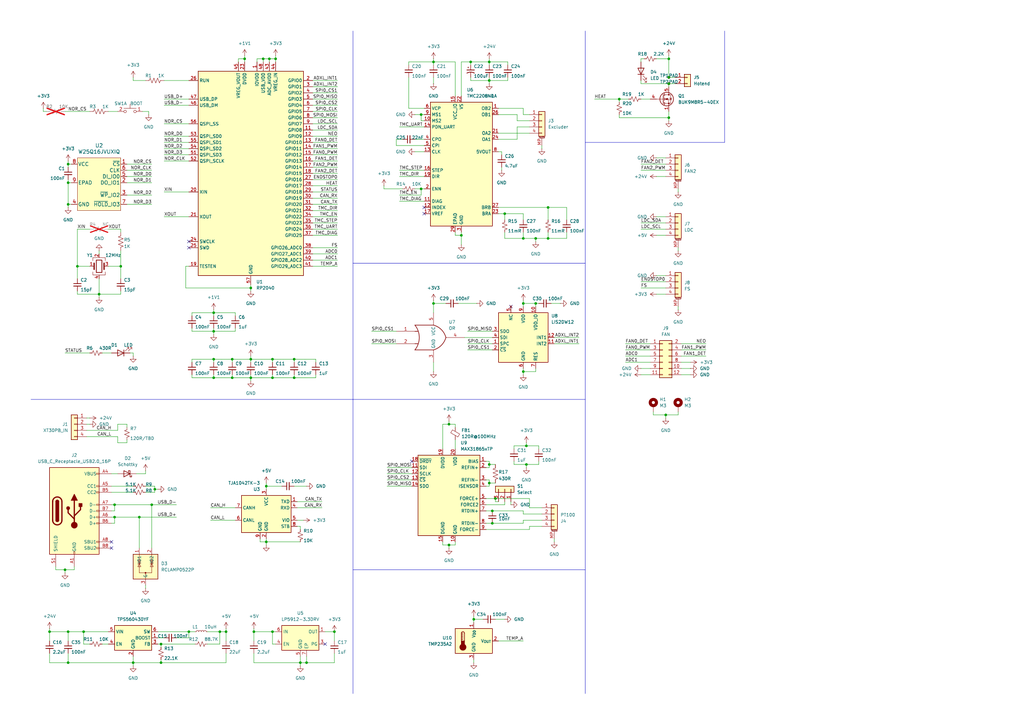
<source format=kicad_sch>
(kicad_sch (version 20231120) (generator "eeschema") (generator_version "8.0")
  (paper "A3")
  (title_block (title "StealthBurner CAN Main") (date "2024-12-12") (rev "B0") (company "Lassi-Cat") (comment 1 "Author: Charlie Yu") (comment 4 "CAN toolhead board for StealthBurner"))
  (junction (at 274.32 34.29))
  (junction (at 27.94 271.78))
  (junction (at 200.66 25.4))
  (junction (at 273.05 170.18))
  (junction (at 104.14 259.08))
  (junction (at 214.63 97.79))
  (junction (at 219.71 97.79))
  (junction (at 62.23 207.01))
  (junction (at 20.32 259.08))
  (junction (at 137.16 259.08))
  (junction (at 274.32 48.26))
  (junction (at 27.94 74.93))
  (junction (at 90.17 259.08))
  (junction (at 207.01 87.63))
  (junction (at 177.8 124.46))
  (junction (at 63.5 200.66))
  (junction (at 274.32 31.75))
  (junction (at 193.04 25.4))
  (junction (at 177.8 25.4))
  (junction (at 40.64 120.65))
  (junction (at 200.66 198.12))
  (junction (at 57.15 212.09))
  (junction (at 219.71 124.46))
  (junction (at 87.63 128.27))
  (junction (at 172.72 46.99))
  (junction (at 184.15 223.52))
  (junction (at 49.53 109.22))
  (junction (at 92.71 259.08))
  (junction (at 200.66 190.5))
  (junction (at 87.63 135.89))
  (junction (at 214.63 152.4))
  (junction (at 31.75 109.22))
  (junction (at 189.23 96.52))
  (junction (at 77.47 259.08))
  (junction (at 109.22 199.39))
  (junction (at 87.63 147.32))
  (junction (at 194.31 254))
  (junction (at 95.25 154.94))
  (junction (at 123.19 271.78))
  (junction (at 26.67 233.68))
  (junction (at 254 40.64))
  (junction (at 111.76 259.08))
  (junction (at 54.61 271.78))
  (junction (at 34.29 259.08))
  (junction (at 95.25 147.32))
  (junction (at 46.99 212.09))
  (junction (at 102.87 154.94))
  (junction (at 46.99 207.01))
  (junction (at 100.33 24.13))
  (junction (at 102.87 147.32))
  (junction (at 203.2 204.47))
  (junction (at 200.66 33.02))
  (junction (at 111.76 154.94))
  (junction (at 102.87 118.11))
  (junction (at 274.32 24.13))
  (junction (at 66.04 271.78))
  (junction (at 125.73 271.78))
  (junction (at 107.95 24.13))
  (junction (at 110.49 24.13))
  (junction (at 201.93 209.55))
  (junction (at 214.63 124.46))
  (junction (at 184.15 173.99))
  (junction (at 27.94 259.08))
  (junction (at 120.65 154.94))
  (junction (at 113.03 24.13))
  (junction (at 109.22 222.25))
  (junction (at 87.63 154.94))
  (junction (at 215.9 182.88))
  (junction (at 66.04 264.16))
  (junction (at 215.9 190.5))
  (junction (at 224.79 97.79))
  (junction (at 27.94 67.31))
  (junction (at 224.79 85.09))
  (junction (at 27.94 83.82))
  (junction (at 172.72 77.47))
  (junction (at 201.93 214.63))
  (junction (at 111.76 147.32))
  (junction (at 120.65 147.32))
  (no_connect (at 45.72 222.25))
  (no_connect (at 77.47 101.6))
  (no_connect (at 133.35 264.16))
  (no_connect (at 168.91 189.23))
  (no_connect (at 173.99 87.63))
  (no_connect (at 45.72 224.79))
  (no_connect (at 209.55 125.73))
  (no_connect (at 173.99 85.09))
  (no_connect (at 77.47 99.06))
  (wire (pts (xy 57.15 212.09) (xy 57.15 224.79)))
  (wire (pts (xy 167.64 44.45) (xy 173.99 44.45)))
  (wire (pts (xy 187.96 124.46) (xy 195.58 124.46)))
  (wire (pts (xy 138.43 71.12) (xy 128.27 71.12)))
  (wire (pts (xy 45.72 199.39) (xy 54.61 199.39)))
  (wire (pts (xy 138.43 68.58) (xy 128.27 68.58)))
  (wire (pts (xy 31.75 109.22) (xy 31.75 114.3)))
  (wire (pts (xy 269.24 96.52) (xy 273.05 96.52)))
  (wire (pts (xy 76.2 109.22) (xy 76.2 118.11)))
  (wire (pts (xy 158.75 196.85) (xy 168.91 196.85)))
  (wire (pts (xy 20.32 267.97) (xy 20.32 271.78)))
  (wire (pts (xy 269.24 113.03) (xy 273.05 113.03)))
  (wire (pts (xy 44.45 93.98) (xy 49.53 93.98)))
  (wire (pts (xy 120.65 147.32) (xy 120.65 148.59)))
  (wire (pts (xy 128.27 86.36) (xy 138.43 86.36)))
  (wire (pts (xy 107.95 24.13) (xy 110.49 24.13)))
  (wire (pts (xy 170.18 62.23) (xy 173.99 62.23)))
  (wire (pts (xy 49.53 93.98) (xy 49.53 95.25)))
  (wire (pts (xy 106.68 222.25) (xy 109.22 222.25)))
  (wire (pts (xy 200.66 198.12) (xy 200.66 199.39)))
  (wire (pts (xy 262.89 24.13) (xy 262.89 25.4)))
  (wire (pts (xy 67.31 40.64) (xy 77.47 40.64)))
  (wire (pts (xy 52.07 83.82) (xy 62.23 83.82)))
  (wire (pts (xy 29.21 67.31) (xy 27.94 67.31)))
  (wire (pts (xy 35.56 173.99) (xy 36.83 173.99)))
  (wire (pts (xy 217.17 215.9) (xy 222.25 215.9)))
  (wire (pts (xy 210.82 190.5) (xy 210.82 189.23)))
  (wire (pts (xy 167.64 25.4) (xy 177.8 25.4)))
  (wire (pts (xy 199.39 207.01) (xy 207.01 207.01)))
  (wire (pts (xy 219.71 97.79) (xy 224.79 97.79)))
  (polyline (pts (xy 144.78 107.95) (xy 240.03 107.95)))
  (wire (pts (xy 92.71 267.97) (xy 92.71 271.78)))
  (wire (pts (xy 102.87 154.94) (xy 111.76 154.94)))
  (wire (pts (xy 224.79 85.09) (xy 224.79 90.17)))
  (wire (pts (xy 181.61 223.52) (xy 184.15 223.52)))
  (wire (pts (xy 279.4 148.59) (xy 283.21 148.59)))
  (wire (pts (xy 162.56 57.15) (xy 162.56 59.69)))
  (wire (pts (xy 123.19 271.78) (xy 123.19 273.05)))
  (wire (pts (xy 54.61 144.78) (xy 54.61 146.05)))
  (wire (pts (xy 200.66 189.23) (xy 200.66 190.5)))
  (wire (pts (xy 254 40.64) (xy 254 41.91)))
  (wire (pts (xy 128.27 109.22) (xy 138.43 109.22)))
  (wire (pts (xy 59.69 240.03) (xy 59.69 241.3)))
  (wire (pts (xy 194.31 252.73) (xy 194.31 254)))
  (wire (pts (xy 208.28 25.4) (xy 208.28 26.67)))
  (polyline (pts (xy 240.03 233.68) (xy 240.03 163.83)))
  (wire (pts (xy 191.77 135.89) (xy 201.93 135.89)))
  (wire (pts (xy 199.39 196.85) (xy 200.66 196.85)))
  (wire (pts (xy 220.98 124.46) (xy 219.71 124.46)))
  (wire (pts (xy 217.17 204.47) (xy 217.17 208.28)))
  (wire (pts (xy 31.75 93.98) (xy 31.75 109.22)))
  (wire (pts (xy 274.32 49.53) (xy 274.32 48.26)))
  (wire (pts (xy 217.17 217.17) (xy 217.17 215.9)))
  (wire (pts (xy 36.83 93.98) (xy 31.75 93.98)))
  (wire (pts (xy 200.66 33.02) (xy 200.66 34.29)))
  (wire (pts (xy 78.74 128.27) (xy 87.63 128.27)))
  (wire (pts (xy 53.34 144.78) (xy 54.61 144.78)))
  (wire (pts (xy 54.61 271.78) (xy 66.04 271.78)))
  (wire (pts (xy 67.31 66.04) (xy 77.47 66.04)))
  (wire (pts (xy 200.66 25.4) (xy 200.66 26.67)))
  (wire (pts (xy 209.55 205.74) (xy 209.55 207.01)))
  (wire (pts (xy 121.92 205.74) (xy 132.08 205.74)))
  (wire (pts (xy 283.21 151.13) (xy 279.4 151.13)))
  (wire (pts (xy 22.86 233.68) (xy 26.67 233.68)))
  (wire (pts (xy 20.32 271.78) (xy 27.94 271.78)))
  (wire (pts (xy 78.74 147.32) (xy 87.63 147.32)))
  (wire (pts (xy 214.63 209.55) (xy 214.63 210.82)))
  (wire (pts (xy 163.83 80.01) (xy 172.72 80.01)))
  (wire (pts (xy 214.63 214.63) (xy 214.63 213.36)))
  (wire (pts (xy 121.92 215.9) (xy 123.19 215.9)))
  (wire (pts (xy 172.72 49.53) (xy 173.99 49.53)))
  (wire (pts (xy 128.27 101.6) (xy 138.43 101.6)))
  (wire (pts (xy 207.01 95.25) (xy 207.01 97.79)))
  (wire (pts (xy 278.13 168.91) (xy 278.13 170.18)))
  (wire (pts (xy 34.29 259.08) (xy 44.45 259.08)))
  (wire (pts (xy 184.15 223.52) (xy 186.69 223.52)))
  (wire (pts (xy 60.96 45.72) (xy 60.96 46.99)))
  (wire (pts (xy 214.63 90.17) (xy 214.63 87.63)))
  (wire (pts (xy 97.79 24.13) (xy 100.33 24.13)))
  (polyline (pts (xy 144.78 163.83) (xy 240.03 163.83)))
  (wire (pts (xy 191.77 143.51) (xy 201.93 143.51)))
  (wire (pts (xy 193.04 33.02) (xy 200.66 33.02)))
  (polyline (pts (xy 240.03 58.42) (xy 297.18 58.42)))
  (wire (pts (xy 199.39 217.17) (xy 217.17 217.17)))
  (wire (pts (xy 66.04 264.16) (xy 80.01 264.16)))
  (wire (pts (xy 170.18 57.15) (xy 173.99 57.15)))
  (wire (pts (xy 62.23 207.01) (xy 62.23 224.79)))
  (wire (pts (xy 78.74 154.94) (xy 87.63 154.94)))
  (wire (pts (xy 212.09 52.07) (xy 217.17 52.07)))
  (wire (pts (xy 67.31 60.96) (xy 77.47 60.96)))
  (wire (pts (xy 214.63 46.99) (xy 217.17 46.99)))
  (wire (pts (xy 177.8 25.4) (xy 186.69 25.4)))
  (wire (pts (xy 208.28 31.75) (xy 208.28 33.02)))
  (wire (pts (xy 214.63 213.36) (xy 222.25 213.36)))
  (wire (pts (xy 224.79 95.25) (xy 224.79 97.79)))
  (wire (pts (xy 104.14 271.78) (xy 123.19 271.78)))
  (polyline (pts (xy 144.78 12.7) (xy 144.78 163.83)))
  (wire (pts (xy 257.81 40.64) (xy 254 40.64)))
  (wire (pts (xy 102.87 156.21) (xy 102.87 154.94)))
  (wire (pts (xy 283.21 153.67) (xy 279.4 153.67)))
  (wire (pts (xy 40.64 102.87) (xy 40.64 104.14)))
  (wire (pts (xy 104.14 259.08) (xy 104.14 262.89)))
  (wire (pts (xy 63.5 199.39) (xy 63.5 200.66)))
  (wire (pts (xy 177.8 124.46) (xy 177.8 128.27)))
  (wire (pts (xy 194.31 254) (xy 198.12 254)))
  (wire (pts (xy 170.18 46.99) (xy 172.72 46.99)))
  (wire (pts (xy 186.69 96.52) (xy 189.23 96.52)))
  (wire (pts (xy 254 48.26) (xy 254 46.99)))
  (wire (pts (xy 128.27 106.68) (xy 138.43 106.68)))
  (wire (pts (xy 201.93 209.55) (xy 214.63 209.55)))
  (wire (pts (xy 54.61 271.78) (xy 54.61 269.24)))
  (wire (pts (xy 109.22 222.25) (xy 123.19 222.25)))
  (wire (pts (xy 67.31 33.02) (xy 77.47 33.02)))
  (wire (pts (xy 66.04 264.16) (xy 66.04 265.43)))
  (wire (pts (xy 45.72 209.55) (xy 46.99 209.55)))
  (wire (pts (xy 27.94 259.08) (xy 34.29 259.08)))
  (wire (pts (xy 67.31 58.42) (xy 77.47 58.42)))
  (wire (pts (xy 200.66 24.13) (xy 200.66 25.4)))
  (wire (pts (xy 35.56 179.07) (xy 48.26 179.07)))
  (wire (pts (xy 215.9 181.61) (xy 215.9 182.88)))
  (wire (pts (xy 274.32 31.75) (xy 276.86 31.75)))
  (wire (pts (xy 120.65 154.94) (xy 120.65 153.67)))
  (wire (pts (xy 105.41 24.13) (xy 105.41 25.4)))
  (wire (pts (xy 217.17 208.28) (xy 222.25 208.28)))
  (wire (pts (xy 172.72 77.47) (xy 172.72 80.01)))
  (wire (pts (xy 34.29 264.16) (xy 34.29 259.08)))
  (wire (pts (xy 110.49 24.13) (xy 113.03 24.13)))
  (wire (pts (xy 92.71 257.81) (xy 92.71 259.08)))
  (wire (pts (xy 49.53 120.65) (xy 40.64 120.65)))
  (wire (pts (xy 45.72 194.31) (xy 48.26 194.31)))
  (wire (pts (xy 63.5 200.66) (xy 63.5 201.93)))
  (wire (pts (xy 207.01 87.63) (xy 207.01 90.17)))
  (wire (pts (xy 52.07 74.93) (xy 62.23 74.93)))
  (wire (pts (xy 254 48.26) (xy 274.32 48.26)))
  (wire (pts (xy 193.04 26.67) (xy 193.04 25.4)))
  (wire (pts (xy 186.69 180.34) (xy 186.69 184.15)))
  (wire (pts (xy 128.27 55.88) (xy 138.43 55.88)))
  (wire (pts (xy 204.47 57.15) (xy 212.09 57.15)))
  (wire (pts (xy 215.9 190.5) (xy 220.98 190.5)))
  (wire (pts (xy 111.76 154.94) (xy 111.76 153.67)))
  (wire (pts (xy 167.64 25.4) (xy 167.64 26.67)))
  (wire (pts (xy 194.31 270.51) (xy 194.31 271.78)))
  (polyline (pts (xy 240.03 12.7) (xy 240.03 107.95)))
  (wire (pts (xy 214.63 123.19) (xy 214.63 124.46)))
  (wire (pts (xy 152.4 140.97) (xy 162.56 140.97)))
  (wire (pts (xy 128.27 78.74) (xy 138.43 78.74)))
  (wire (pts (xy 102.87 147.32) (xy 111.76 147.32)))
  (wire (pts (xy 19.05 45.72) (xy 17.78 45.72)))
  (polyline (pts (xy 297.18 12.7) (xy 297.18 58.42)))
  (wire (pts (xy 107.95 24.13) (xy 107.95 25.4)))
  (wire (pts (xy 158.75 199.39) (xy 168.91 199.39)))
  (wire (pts (xy 128.27 96.52) (xy 138.43 96.52)))
  (wire (pts (xy 181.61 173.99) (xy 184.15 173.99)))
  (wire (pts (xy 215.9 182.88) (xy 220.98 182.88)))
  (wire (pts (xy 52.07 72.39) (xy 62.23 72.39)))
  (wire (pts (xy 36.83 264.16) (xy 34.29 264.16)))
  (wire (pts (xy 262.89 34.29) (xy 274.32 34.29)))
  (wire (pts (xy 128.27 83.82) (xy 138.43 83.82)))
  (wire (pts (xy 96.52 213.36) (xy 86.36 213.36)))
  (wire (pts (xy 111.76 154.94) (xy 120.65 154.94)))
  (wire (pts (xy 137.16 267.97) (xy 137.16 271.78)))
  (wire (pts (xy 102.87 146.05) (xy 102.87 147.32)))
  (wire (pts (xy 186.69 95.25) (xy 186.69 96.52)))
  (wire (pts (xy 212.09 49.53) (xy 217.17 49.53)))
  (wire (pts (xy 128.27 60.96) (xy 138.43 60.96)))
  (wire (pts (xy 87.63 148.59) (xy 87.63 147.32)))
  (wire (pts (xy 52.07 181.61) (xy 48.26 181.61)))
  (wire (pts (xy 128.27 93.98) (xy 138.43 93.98)))
  (polyline (pts (xy 240.03 233.68) (xy 240.03 284.48)))
  (wire (pts (xy 104.14 259.08) (xy 111.76 259.08)))
  (wire (pts (xy 172.72 77.47) (xy 173.99 77.47)))
  (wire (pts (xy 232.41 95.25) (xy 232.41 97.79)))
  (wire (pts (xy 78.74 134.62) (xy 78.74 135.89)))
  (wire (pts (xy 123.19 271.78) (xy 125.73 271.78)))
  (wire (pts (xy 128.27 81.28) (xy 138.43 81.28)))
  (wire (pts (xy 273.05 91.44) (xy 262.89 91.44)))
  (wire (pts (xy 78.74 147.32) (xy 78.74 148.59)))
  (wire (pts (xy 266.7 140.97) (xy 256.54 140.97)))
  (wire (pts (xy 193.04 31.75) (xy 193.04 33.02)))
  (wire (pts (xy 158.75 194.31) (xy 168.91 194.31)))
  (wire (pts (xy 66.04 270.51) (xy 66.04 271.78)))
  (wire (pts (xy 158.75 191.77) (xy 168.91 191.77)))
  (wire (pts (xy 181.61 173.99) (xy 181.61 184.15)))
  (wire (pts (xy 190.5 138.43) (xy 201.93 138.43)))
  (wire (pts (xy 49.53 109.22) (xy 49.53 114.3)))
  (wire (pts (xy 102.87 118.11) (xy 102.87 116.84)))
  (wire (pts (xy 128.27 53.34) (xy 138.43 53.34)))
  (wire (pts (xy 26.67 233.68) (xy 26.67 234.95)))
  (wire (pts (xy 100.33 22.86) (xy 100.33 24.13)))
  (wire (pts (xy 67.31 261.62) (xy 64.77 261.62)))
  (wire (pts (xy 157.48 77.47) (xy 157.48 76.2)))
  (wire (pts (xy 121.92 208.28) (xy 132.08 208.28)))
  (wire (pts (xy 46.99 212.09) (xy 46.99 214.63)))
  (wire (pts (xy 95.25 147.32) (xy 102.87 147.32)))
  (wire (pts (xy 204.47 54.61) (xy 217.17 54.61)))
  (wire (pts (xy 262.89 69.85) (xy 273.05 69.85)))
  (wire (pts (xy 95.25 147.32) (xy 87.63 147.32)))
  (wire (pts (xy 66.04 264.16) (xy 64.77 264.16)))
  (wire (pts (xy 184.15 172.72) (xy 184.15 173.99)))
  (wire (pts (xy 193.04 25.4) (xy 200.66 25.4)))
  (wire (pts (xy 189.23 25.4) (xy 189.23 39.37)))
  (wire (pts (xy 27.94 85.09) (xy 27.94 83.82)))
  (wire (pts (xy 67.31 50.8) (xy 77.47 50.8)))
  (wire (pts (xy 46.99 212.09) (xy 57.15 212.09)))
  (wire (pts (xy 41.91 264.16) (xy 44.45 264.16)))
  (polyline (pts (xy 12.7 163.83) (xy 144.78 163.83)))
  (wire (pts (xy 278.13 125.73) (xy 278.13 127)))
  (wire (pts (xy 204.47 87.63) (xy 207.01 87.63)))
  (wire (pts (xy 52.07 173.99) (xy 48.26 173.99)))
  (wire (pts (xy 22.86 233.68) (xy 22.86 232.41)))
  (wire (pts (xy 201.93 214.63) (xy 214.63 214.63)))
  (wire (pts (xy 204.47 205.74) (xy 203.2 205.74)))
  (wire (pts (xy 128.27 63.5) (xy 138.43 63.5)))
  (wire (pts (xy 274.32 45.72) (xy 274.32 48.26)))
  (wire (pts (xy 40.64 120.65) (xy 40.64 121.92)))
  (wire (pts (xy 100.33 24.13) (xy 100.33 25.4)))
  (wire (pts (xy 273.05 93.98) (xy 262.89 93.98)))
  (wire (pts (xy 186.69 173.99) (xy 186.69 175.26)))
  (wire (pts (xy 109.22 222.25) (xy 109.22 220.98)))
  (wire (pts (xy 46.99 207.01) (xy 46.99 209.55)))
  (wire (pts (xy 20.32 259.08) (xy 27.94 259.08)))
  (wire (pts (xy 95.25 154.94) (xy 102.87 154.94)))
  (wire (pts (xy 128.27 48.26) (xy 138.43 48.26)))
  (wire (pts (xy 125.73 199.39) (xy 120.65 199.39)))
  (wire (pts (xy 128.27 91.44) (xy 138.43 91.44)))
  (wire (pts (xy 87.63 128.27) (xy 96.52 128.27)))
  (wire (pts (xy 76.2 118.11) (xy 102.87 118.11)))
  (wire (pts (xy 64.77 200.66) (xy 63.5 200.66)))
  (wire (pts (xy 128.27 35.56) (xy 138.43 35.56)))
  (wire (pts (xy 269.24 72.39) (xy 273.05 72.39)))
  (wire (pts (xy 133.35 259.08) (xy 137.16 259.08)))
  (wire (pts (xy 181.61 222.25) (xy 181.61 223.52)))
  (wire (pts (xy 210.82 182.88) (xy 210.82 184.15)))
  (wire (pts (xy 36.83 109.22) (xy 31.75 109.22)))
  (wire (pts (xy 128.27 58.42) (xy 138.43 58.42)))
  (wire (pts (xy 45.72 201.93) (xy 54.61 201.93)))
  (wire (pts (xy 219.71 152.4) (xy 214.63 152.4)))
  (wire (pts (xy 72.39 261.62) (xy 77.47 261.62)))
  (wire (pts (xy 96.52 135.89) (xy 96.52 134.62)))
  (wire (pts (xy 207.01 254) (xy 203.2 254)))
  (wire (pts (xy 167.64 44.45) (xy 167.64 31.75)))
  (wire (pts (xy 128.27 104.14) (xy 138.43 104.14)))
  (wire (pts (xy 273.05 120.65) (xy 269.24 120.65)))
  (wire (pts (xy 109.22 222.25) (xy 109.22 223.52)))
  (wire (pts (xy 64.77 259.08) (xy 77.47 259.08)))
  (wire (pts (xy 177.8 148.59) (xy 177.8 152.4)))
  (wire (pts (xy 67.31 78.74) (xy 77.47 78.74)))
  (wire (pts (xy 45.72 212.09) (xy 46.99 212.09)))
  (wire (pts (xy 172.72 46.99) (xy 172.72 49.53)))
  (wire (pts (xy 49.53 102.87) (xy 49.53 109.22)))
  (wire (pts (xy 184.15 223.52) (xy 184.15 224.79)))
  (wire (pts (xy 203.2 204.47) (xy 217.17 204.47)))
  (wire (pts (xy 219.71 124.46) (xy 219.71 125.73)))
  (wire (pts (xy 279.4 140.97) (xy 289.56 140.97)))
  (wire (pts (xy 204.47 62.23) (xy 205.74 62.23)))
  (wire (pts (xy 205.74 68.58) (xy 205.74 69.85)))
  (wire (pts (xy 162.56 59.69) (xy 173.99 59.69)))
  (wire (pts (xy 267.97 168.91) (xy 267.97 170.18)))
  (wire (pts (xy 67.31 43.18) (xy 77.47 43.18)))
  (wire (pts (xy 55.88 194.31) (xy 59.69 194.31)))
  (wire (pts (xy 77.47 259.08) (xy 80.01 259.08)))
  (wire (pts (xy 232.41 90.17) (xy 232.41 85.09)))
  (wire (pts (xy 256.54 143.51) (xy 266.7 143.51)))
  (wire (pts (xy 129.54 148.59) (xy 129.54 147.32)))
  (wire (pts (xy 199.39 209.55) (xy 201.93 209.55)))
  (wire (pts (xy 212.09 46.99) (xy 212.09 49.53)))
  (wire (pts (xy 214.63 97.79) (xy 219.71 97.79)))
  (wire (pts (xy 214.63 95.25) (xy 214.63 97.79)))
  (wire (pts (xy 52.07 180.34) (xy 52.07 181.61)))
  (wire (pts (xy 266.7 40.64) (xy 262.89 40.64)))
  (wire (pts (xy 200.66 191.77) (xy 199.39 191.77)))
  (wire (pts (xy 220.98 184.15) (xy 220.98 182.88)))
  (wire (pts (xy 199.39 189.23) (xy 200.66 189.23)))
  (wire (pts (xy 262.89 34.29) (xy 262.89 33.02)))
  (wire (pts (xy 274.32 34.29) (xy 274.32 35.56)))
  (wire (pts (xy 52.07 175.26) (xy 52.07 173.99)))
  (wire (pts (xy 264.16 24.13) (xy 262.89 24.13)))
  (wire (pts (xy 107.95 24.13) (xy 105.41 24.13)))
  (wire (pts (xy 45.72 207.01) (xy 46.99 207.01)))
  (wire (pts (xy 78.74 129.54) (xy 78.74 128.27)))
  (wire (pts (xy 214.63 44.45) (xy 214.63 46.99)))
  (wire (pts (xy 59.69 194.31) (xy 59.69 193.04)))
  (wire (pts (xy 207.01 207.01) (xy 207.01 205.74)))
  (wire (pts (xy 46.99 207.01) (xy 62.23 207.01)))
  (wire (pts (xy 289.56 146.05) (xy 279.4 146.05)))
  (wire (pts (xy 26.67 45.72) (xy 36.83 45.72)))
  (wire (pts (xy 54.61 271.78) (xy 54.61 273.05)))
  (wire (pts (xy 269.24 64.77) (xy 273.05 64.77)))
  (wire (pts (xy 52.07 67.31) (xy 62.23 67.31)))
  (wire (pts (xy 214.63 124.46) (xy 219.71 124.46)))
  (wire (pts (xy 54.61 33.02) (xy 59.69 33.02)))
  (wire (pts (xy 57.15 212.09) (xy 72.39 212.09)))
  (wire (pts (xy 200.66 199.39) (xy 199.39 199.39)))
  (wire (pts (xy 215.9 190.5) (xy 215.9 191.77)))
  (wire (pts (xy 104.14 257.81) (xy 104.14 259.08)))
  (wire (pts (xy 200.66 25.4) (xy 208.28 25.4)))
  (wire (pts (xy 95.25 153.67) (xy 95.25 154.94)))
  (wire (pts (xy 20.32 259.08) (xy 20.32 262.89)))
  (wire (pts (xy 129.54 153.67) (xy 129.54 154.94)))
  (wire (pts (xy 170.18 77.47) (xy 172.72 77.47)))
  (wire (pts (xy 227.33 222.25) (xy 227.33 220.98)))
  (wire (pts (xy 262.89 153.67) (xy 266.7 153.67)))
  (wire (pts (xy 27.94 73.66) (xy 27.94 74.93)))
  (wire (pts (xy 67.31 88.9) (xy 77.47 88.9)))
  (polyline (pts (xy 144.78 163.83) (xy 144.78 284.48)))
  (wire (pts (xy 110.49 24.13) (xy 110.49 25.4)))
  (wire (pts (xy 273.05 115.57) (xy 262.89 115.57)))
  (wire (pts (xy 289.56 143.51) (xy 279.4 143.51)))
  (wire (pts (xy 87.63 153.67) (xy 87.63 154.94)))
  (wire (pts (xy 96.52 128.27) (xy 96.52 129.54)))
  (wire (pts (xy 210.82 182.88) (xy 215.9 182.88)))
  (wire (pts (xy 128.27 50.8) (xy 138.43 50.8)))
  (wire (pts (xy 40.64 114.3) (xy 40.64 120.65)))
  (wire (pts (xy 214.63 151.13) (xy 214.63 152.4)))
  (wire (pts (xy 27.94 67.31) (xy 27.94 68.58)))
  (wire (pts (xy 90.17 259.08) (xy 92.71 259.08)))
  (wire (pts (xy 274.32 22.86) (xy 274.32 24.13)))
  (wire (pts (xy 77.47 109.22) (xy 76.2 109.22)))
  (wire (pts (xy 163.83 72.39) (xy 173.99 72.39)))
  (wire (pts (xy 267.97 170.18) (xy 273.05 170.18)))
  (wire (pts (xy 207.01 97.79) (xy 214.63 97.79)))
  (wire (pts (xy 219.71 151.13) (xy 219.71 152.4)))
  (wire (pts (xy 97.79 24.13) (xy 97.79 25.4)))
  (wire (pts (xy 27.94 259.08) (xy 27.94 262.89)))
  (wire (pts (xy 243.84 40.64) (xy 254 40.64)))
  (wire (pts (xy 208.28 33.02) (xy 200.66 33.02)))
  (wire (pts (xy 113.03 24.13) (xy 113.03 25.4)))
  (wire (pts (xy 52.07 80.01) (xy 62.23 80.01)))
  (wire (pts (xy 204.47 85.09) (xy 224.79 85.09)))
  (wire (pts (xy 92.71 259.08) (xy 92.71 262.89)))
  (wire (pts (xy 87.63 135.89) (xy 87.63 137.16)))
  (wire (pts (xy 85.09 259.08) (xy 90.17 259.08)))
  (wire (pts (xy 199.39 214.63) (xy 201.93 214.63)))
  (wire (pts (xy 120.65 154.94) (xy 129.54 154.94)))
  (wire (pts (xy 87.63 154.94) (xy 95.25 154.94)))
  (wire (pts (xy 203.2 204.47) (xy 203.2 205.74)))
  (wire (pts (xy 128.27 45.72) (xy 138.43 45.72)))
  (wire (pts (xy 269.24 24.13) (xy 274.32 24.13)))
  (wire (pts (xy 173.99 46.99) (xy 172.72 46.99)))
  (wire (pts (xy 199.39 204.47) (xy 203.2 204.47)))
  (wire (pts (xy 200.66 198.12) (xy 203.2 198.12)))
  (wire (pts (xy 41.91 144.78) (xy 45.72 144.78)))
  (wire (pts (xy 186.69 25.4) (xy 186.69 39.37)))
  (wire (pts (xy 274.32 24.13) (xy 274.32 31.75)))
  (wire (pts (xy 220.98 189.23) (xy 220.98 190.5)))
  (wire (pts (xy 274.32 34.29) (xy 276.86 34.29)))
  (wire (pts (xy 273.05 170.18) (xy 273.05 171.45)))
  (wire (pts (xy 31.75 120.65) (xy 40.64 120.65)))
  (wire (pts (xy 30.48 233.68) (xy 30.48 232.41)))
  (wire (pts (xy 204.47 46.99) (xy 212.09 46.99)))
  (wire (pts (xy 111.76 259.08) (xy 111.76 264.16)))
  (wire (pts (xy 78.74 135.89) (xy 87.63 135.89)))
  (wire (pts (xy 128.27 40.64) (xy 138.43 40.64)))
  (wire (pts (xy 27.94 271.78) (xy 54.61 271.78)))
  (wire (pts (xy 200.66 196.85) (xy 200.66 198.12)))
  (wire (pts (xy 191.77 140.97) (xy 201.93 140.97)))
  (wire (pts (xy 78.74 154.94) (xy 78.74 153.67)))
  (wire (pts (xy 125.73 271.78) (xy 137.16 271.78)))
  (wire (pts (xy 212.09 57.15) (xy 212.09 52.07)))
  (wire (pts (xy 29.21 74.93) (xy 27.94 74.93)))
  (wire (pts (xy 184.15 173.99) (xy 186.69 173.99)))
  (wire (pts (xy 278.13 101.6) (xy 278.13 102.87)))
  (wire (pts (xy 46.99 214.63) (xy 45.72 214.63)))
  (wire (pts (xy 113.03 22.86) (xy 113.03 24.13)))
  (wire (pts (xy 26.67 233.68) (xy 30.48 233.68)))
  (wire (pts (xy 87.63 134.62) (xy 87.63 135.89)))
  (wire (pts (xy 111.76 259.08) (xy 113.03 259.08)))
  (wire (pts (xy 273.05 118.11) (xy 262.89 118.11)))
  (wire (pts (xy 87.63 135.89) (xy 96.52 135.89)))
  (wire (pts (xy 214.63 125.73) (xy 214.63 124.46)))
  (wire (pts (xy 27.94 267.97) (xy 27.94 271.78)))
  (wire (pts (xy 200.66 190.5) (xy 200.66 191.77)))
  (wire (pts (xy 67.31 63.5) (xy 77.47 63.5)))
  (wire (pts (xy 102.87 118.11) (xy 102.87 119.38)))
  (wire (pts (xy 35.56 176.53) (xy 48.26 176.53)))
  (wire (pts (xy 96.52 208.28) (xy 86.36 208.28)))
  (wire (pts (xy 273.05 170.18) (xy 278.13 170.18)))
  (wire (pts (xy 214.63 152.4) (xy 214.63 153.67)))
  (wire (pts (xy 262.89 151.13) (xy 266.7 151.13)))
  (wire (pts (xy 163.83 69.85) (xy 173.99 69.85)))
  (wire (pts (xy 125.73 271.78) (xy 125.73 269.24)))
  (wire (pts (xy 210.82 190.5) (xy 215.9 190.5)))
  (wire (pts (xy 200.66 190.5) (xy 203.2 190.5)))
  (wire (pts (xy 111.76 147.32) (xy 120.65 147.32)))
  (wire (pts (xy 20.32 257.81) (xy 20.32 259.08)))
  (wire (pts (xy 262.89 67.31) (xy 273.05 67.31)))
  (wire (pts (xy 104.14 267.97) (xy 104.14 271.78)))
  (wire (pts (xy 204.47 262.89) (xy 214.63 262.89)))
  (wire (pts (xy 232.41 85.09) (xy 224.79 85.09)))
  (wire (pts (xy 177.8 124.46) (xy 182.88 124.46)))
  (wire (pts (xy 204.47 44.45) (xy 214.63 44.45)))
  (wire (pts (xy 59.69 199.39) (xy 63.5 199.39)))
  (wire (pts (xy 200.66 33.02) (xy 200.66 31.75)))
  (wire (pts (xy 128.27 38.1) (xy 138.43 38.1)))
  (wire (pts (xy 54.61 31.75) (xy 54.61 33.02)))
  (wire (pts (xy 85.09 264.16) (xy 90.17 264.16)))
  (wire (pts (xy 111.76 147.32) (xy 111.76 148.59)))
  (wire (pts (xy 273.05 88.9) (xy 269.24 88.9)))
  (wire (pts (xy 102.87 147.32) (xy 102.87 148.59)))
  (wire (pts (xy 59.69 201.93) (xy 63.5 201.93)))
  (wire (pts (xy 52.07 69.85) (xy 62.23 69.85)))
  (wire (pts (xy 222.25 60.96) (xy 222.25 59.69)))
  (wire (pts (xy 163.83 52.07) (xy 173.99 52.07)))
  (wire (pts (xy 137.16 259.08) (xy 137.16 262.89)))
  (wire (pts (xy 31.75 119.38) (xy 31.75 120.65)))
  (wire (pts (xy 27.94 67.31) (xy 27.94 66.04)))
  (wire (pts (xy 189.23 95.25) (xy 189.23 96.52)))
  (wire (pts (xy 194.31 255.27) (xy 194.31 254)))
  (wire (pts (xy 229.87 124.46) (xy 226.06 124.46)))
  (wire (pts (xy 120.65 147.32) (xy 129.54 147.32)))
  (wire (pts (xy 189.23 96.52) (xy 189.23 100.33)))
  (wire (pts (xy 48.26 181.61) (xy 48.26 179.07)))
  (wire (pts (xy 58.42 45.72) (xy 60.96 45.72)))
  (wire (pts (xy 205.74 62.23) (xy 205.74 63.5)))
  (wire (pts (xy 165.1 57.15) (xy 162.56 57.15)))
  (wire (pts (xy 128.27 88.9) (xy 138.43 88.9)))
  (wire (pts (xy 152.4 135.89) (xy 162.56 135.89)))
  (wire (pts (xy 157.48 77.47) (xy 165.1 77.47)))
  (wire (pts (xy 67.31 55.88) (xy 77.47 55.88)))
  (wire (pts (xy 62.23 207.01) (xy 72.39 207.01)))
  (wire (pts (xy 26.67 144.78) (xy 36.83 144.78)))
  (wire (pts (xy 113.03 264.16) (xy 111.76 264.16)))
  (wire (pts (xy 219.71 97.79) (xy 219.71 99.06)))
  (wire (pts (xy 214.63 210.82) (xy 222.25 210.82)))
  (wire (pts (xy 278.13 77.47) (xy 278.13 78.74)))
  (wire (pts (xy 106.68 220.98) (xy 106.68 222.25)))
  (wire (pts (xy 138.43 66.04) (xy 128.27 66.04)))
  (wire (pts (xy 90.17 259.08) (xy 90.17 264.16)))
  (wire (pts (xy 214.63 87.63) (xy 207.01 87.63)))
  (wire (pts (xy 87.63 127) (xy 87.63 128.27)))
  (wire (pts (xy 123.19 269.24) (xy 123.19 271.78)))
  (wire (pts (xy 87.63 129.54) (xy 87.63 128.27)))
  (wire (pts (xy 138.43 73.66) (xy 128.27 73.66)))
  (wire (pts (xy 128.27 76.2) (xy 138.43 76.2)))
  (wire (pts (xy 17.78 45.72) (xy 17.78 44.45)))
  (wire (pts (xy 227.33 138.43) (xy 237.49 138.43)))
  (wire (pts (xy 177.8 24.13) (xy 177.8 25.4)))
  (wire (pts (xy 95.25 148.59) (xy 95.25 147.32)))
  (wire (pts (xy 77.47 261.62) (xy 77.47 259.08)))
  (wire (pts (xy 27.94 83.82) (xy 29.21 83.82)))
  (wire (pts (xy 27.94 74.93) (xy 27.94 83.82)))
  (wire (pts (xy 102.87 154.94) (xy 102.87 153.67)))
  (wire (pts (xy 49.53 119.38) (xy 49.53 120.65)))
  (wire (pts (xy 256.54 146.05) (xy 266.7 146.05)))
  (wire (pts (xy 227.33 140.97) (xy 237.49 140.97)))
  (wire (pts (xy 115.57 199.39) (xy 109.22 199.39)))
  (wire (pts (xy 224.79 97.79) (xy 232.41 97.79)))
  (wire (pts (xy 177.8 26.67) (xy 177.8 25.4)))
  (wire (pts (xy 44.45 109.22) (xy 49.53 109.22)))
  (wire (pts (xy 121.92 213.36) (xy 124.46 213.36)))
  (polyline (pts (xy 240.03 163.83) (xy 240.03 107.95)))
  (wire (pts (xy 35.56 171.45) (xy 36.83 171.45)))
  (wire (pts (xy 128.27 33.02) (xy 138.43 33.02)))
  (wire (pts (xy 123.19 217.17) (xy 123.19 215.9)))
  (wire (pts (xy 48.26 173.99) (xy 48.26 176.53)))
  (wire (pts (xy 92.71 271.78) (xy 66.04 271.78)))
  (wire (pts (xy 109.22 198.12) (xy 109.22 199.39)))
  (wire (pts (xy 177.8 31.75) (xy 177.8 34.29)))
  (wire (pts (xy 109.22 199.39) (xy 109.22 200.66)))
  (wire (pts (xy 266.7 148.59) (xy 256.54 148.59)))
  (wire (pts (xy 163.83 82.55) (xy 173.99 82.55)))
  (wire (pts (xy 186.69 223.52) (xy 186.69 222.25)))
  (wire (pts (xy 177.8 123.19) (xy 177.8 124.46)))
  (wire (pts (xy 128.27 43.18) (xy 138.43 43.18)))
  (wire (pts (xy 44.45 45.72) (xy 48.26 45.72)))
  (wire (pts (xy 193.04 25.4) (xy 189.23 25.4)))
  (polyline (pts (xy 144.78 233.68) (xy 240.03 233.68)))
  (label "NEO" (at 138.43 55.88 180))
  (label "ADXL_INT2" (at 237.49 138.43 180))
  (label "LDC_SCL" (at 138.43 50.8 180))
  (label "NOR_D2" (at 62.23 80.01 180))
  (label "NEO" (at 289.56 140.97 180))
  (label "FAN1_DET" (at 138.43 66.04 180))
  (label "CAN_RX" (at 138.43 81.28 180))
  (label "SPI0_CS1" (at 138.43 38.1 180))
  (label "ADXL_INT1" (at 138.43 33.02 180))
  (label "LDC_SCL" (at 262.89 93.98 0))
  (label "NOR_D3" (at 62.23 83.82 180))
  (label "SPI0_MOSI" (at 138.43 48.26 180))
  (label "CAN_L" (at 45.72 179.07 180))
  (label "NOR_CS" (at 67.31 50.8 0))
  (label "SPI0_CS2" (at 138.43 43.18 180))
  (label "SPI0_CS1" (at 152.4 135.89 0))
  (label "CAN_RX" (at 132.08 208.28 180))
  (label "XOUT" (at 67.31 88.9 0))
  (label "FAN2_PWM" (at 138.43 68.58 180))
  (label "NOR_D1" (at 62.23 74.93 180))
  (label "HEAT" (at 138.43 76.2 180))
  (label "USB_D-" (at 72.39 207.01 180))
  (label "ADC1" (at 256.54 148.59 0))
  (label "XIN" (at 67.31 78.74 0))
  (label "FAN0_DET" (at 256.54 140.97 0))
  (label "SPI0_CLK" (at 191.77 140.97 0))
  (label "FAN2_DET" (at 138.43 71.12 180))
  (label "ADXL_INT1" (at 237.49 140.97 180))
  (label "FS" (at 262.89 118.11 0))
  (label "TMC_UART" (at 138.43 93.98 180))
  (label "SPI0_MISO" (at 191.77 135.89 0))
  (label "LDC_SDA" (at 262.89 91.44 0))
  (label "ADC1" (at 138.43 106.68 180))
  (label "ADC0" (at 138.43 104.14 180))
  (label "FAN0_DET" (at 138.43 58.42 180))
  (label "NOR_CS" (at 27.94 45.72 0))
  (label "STATUS" (at 26.67 144.78 0))
  (label "TMC_STEP" (at 163.83 69.85 0))
  (label "NOR_D3" (at 67.31 63.5 0))
  (label "CAN_TX" (at 132.08 205.74 180))
  (label "TMC_STEP" (at 138.43 91.44 180))
  (label "TMC_EN" (at 138.43 88.9 180))
  (label "SPI0_MISO" (at 138.43 40.64 180))
  (label "TMC_DIR" (at 163.83 72.39 0))
  (label "FAN2_DET" (at 262.89 67.31 0))
  (label "FAN2_PWM" (at 262.89 69.85 0))
  (label "TMC_DIAG" (at 138.43 96.52 180))
  (label "SPI0_CLK" (at 138.43 45.72 180))
  (label "SPI0_CS2" (at 158.75 196.85 0))
  (label "NOR_D1" (at 67.31 58.42 0))
  (label "TEMP_A" (at 214.63 262.89 180))
  (label "SPI0_CLK" (at 158.75 194.31 0))
  (label "TMC_DIR" (at 138.43 86.36 180))
  (label "HEAT" (at 243.84 40.64 0))
  (label "NOR_D0" (at 67.31 55.88 0))
  (label "CAN_H" (at 45.72 176.53 180))
  (label "SPI0_MISO" (at 158.75 199.39 0))
  (label "NOR_D2" (at 67.31 60.96 0))
  (label "SPI0_MOSI" (at 152.4 140.97 0))
  (label "NOR_CLK" (at 67.31 66.04 0))
  (label "FS" (at 138.43 101.6 180))
  (label "ADC0" (at 256.54 146.05 0))
  (label "FAN0_PWM" (at 256.54 143.51 0))
  (label "NOR_D0" (at 62.23 72.39 180))
  (label "ADXL_INT2" (at 138.43 35.56 180))
  (label "CAN_L" (at 86.36 213.36 0))
  (label "STATUS" (at 138.43 78.74 180))
  (label "CAN_TX" (at 138.43 83.82 180))
  (label "USB_D+" (at 72.39 212.09 180))
  (label "TMC_UART" (at 163.83 52.07 0))
  (label "CAN_H" (at 86.36 208.28 0))
  (label "SPI0_CS1" (at 191.77 143.51 0))
  (label "NOR_CS" (at 62.23 67.31 180))
  (label "FAN1_PWM" (at 289.56 143.51 180))
  (label "TMC_DIAG" (at 163.83 82.55 0))
  (label "TEMP_A" (at 138.43 109.22 180))
  (label "FAN1_DET" (at 289.56 146.05 180))
  (label "ENDSTOP0" (at 138.43 73.66 180))
  (label "TMC_EN" (at 163.83 80.01 0))
  (label "FAN0_PWM" (at 138.43 63.5 180))
  (label "FAN1_PWM" (at 138.43 60.96 180))
  (label "LDC_SDA" (at 138.43 53.34 180))
  (label "SPI0_MOSI" (at 158.75 191.77 0))
  (label "NOR_CLK" (at 62.23 69.85 180))
  (label "USB_D+" (at 67.31 40.64 0))
  (label "XOUT" (at 49.53 93.98 180))
  (label "XIN" (at 31.75 93.98 0))
  (label "USB_D-" (at 67.31 43.18 0))
  (label "ENDSTOP0" (at 262.89 115.57 0))
  (symbol (lib_id "Device:R_Small_US") (at 57.15 199.39 270) (mirror x) (unit 1)
    (property "Reference" "R9" (at 59.69 199.39 90) (effects (justify left top)))
    (property "Value" "5.1K" (at 55.88 199.39 90) (effects (justify right top)))
    (property "Footprint" "Resistor_SMD:R_0402_1005Metric" (effects (hide yes)))
    (property "Description" "Resistor, small US symbol" (effects (hide yes)))
  )
  (symbol (lib_id "Device:R_US") (at 49.53 99.06 0) (mirror x) (unit 1)
    (property "Reference" "R5" (at 50.8 99.06 0) (effects (justify left top)))
    (property "Value" "1K" (at 50.8 100.33 0) (effects (justify left bottom)))
    (property "Footprint" "Resistor_SMD:R_0402_1005Metric" (effects (hide yes)))
    (property "Description" "Resistor, US symbol" (effects (hide yes)))
  )
  (symbol (lib_id "Device:C_Small") (at 87.63 132.08 0) (unit 1)
    (property "Reference" "C5" (at 88.9 130.81 0) (effects (justify left bottom)))
    (property "Value" "100nF" (at 88.9 133.35 0) (effects (justify left top)))
    (property "Footprint" "Capacitor_SMD:C_0402_1005Metric" (effects (hide yes)))
    (property "Description" "Unpolarized capacitor, small symbol" (effects (hide yes)))
  )
  (symbol (lib_id "Device:R_US") (at 40.64 93.98 90) (unit 1) (dnp yes)
    (property "Reference" "R4" (at 39.37 92.71 90) (effects (justify left top)))
    (property "Value" "NC" (at 41.91 92.71 90) (effects (justify right top)))
    (property "Footprint" "Resistor_SMD:R_0402_1005Metric" (effects (hide yes)))
    (property "Description" "Resistor, US symbol" (effects (hide yes)))
  )
  (symbol (lib_id "power:GND") (at 200.66 34.29 0) (unit 1)
    (property "Reference" "#PWR0108" (effects (hide yes)))
    (property "Value" "GND" (at 200.66 39.37 0))
    (property "Description" "Power symbol creates a global label with name \"GND\" , ground" (effects (hide yes)))
  )
  (symbol (lib_id "Device:C_Small") (at 102.87 151.13 0) (unit 1)
    (property "Reference" "C10" (at 104.14 149.86 0) (effects (justify left bottom)))
    (property "Value" "100nF" (at 104.14 152.4 0) (effects (justify left top)))
    (property "Footprint" "Capacitor_SMD:C_0402_1005Metric" (effects (hide yes)))
    (property "Description" "Unpolarized capacitor, small symbol" (effects (hide yes)))
  )
  (symbol (lib_id "Device:C_Small") (at 31.75 116.84 0) (unit 1)
    (property "Reference" "C2" (at 33.02 115.57 0) (effects (justify left bottom)))
    (property "Value" "15pF" (at 33.02 118.11 0) (effects (justify left top)))
    (property "Footprint" "Capacitor_SMD:C_0402_1005Metric" (effects (hide yes)))
    (property "Description" "Unpolarized capacitor, small symbol" (effects (hide yes)))
  )
  (symbol (lib_id "power:+3V3") (at 124.46 213.36 270) (unit 1)
    (property "Reference" "#PWR0122" (effects (hide yes)))
    (property "Value" "+3V3" (at 128.27 213.3599 90) (effects (justify left)))
    (property "Description" "Power symbol creates a global label with name \"+3V3\"" (effects (hide yes)))
  )
  (symbol (lib_id "power:GND") (at 170.18 46.99 270) (unit 1)
    (property "Reference" "#PWR0112" (effects (hide yes)))
    (property "Value" "GND" (at 166.37 46.9899 90) (effects (justify right)))
    (property "Description" "Power symbol creates a global label with name \"GND\" , ground" (effects (hide yes)))
  )
  (symbol (lib_id "Sensor_Temperature:MAX31865xTP") (at 184.15 204.47 0) (unit 1)
    (property "Reference" "U9" (at 188.8841 181.61 0) (effects (justify left)))
    (property "Value" "MAX31865xTP" (at 188.8841 184.15 0) (effects (justify left)))
    (property "Footprint" "Package_DFN_QFN:TQFN-20-1EP_5x5mm_P0.65mm_EP3.25x3.25mm" (effects (hide yes)))
    (property "Datasheet" "https://www.analog.com/media/en/technical-documentation/data-sheets/MAX31865.pdf" (effects (hide yes)))
    (property "Description" "RTD-to-Digital Converter, TQFN-20" (effects (hide yes)))
  )
  (symbol (lib_id "power:GND") (at 219.71 99.06 0) (unit 1)
    (property "Reference" "#PWR0111" (effects (hide yes)))
    (property "Value" "GND" (at 219.71 104.14 0))
    (property "Description" "Power symbol creates a global label with name \"GND\" , ground" (effects (hide yes)))
  )
  (symbol (lib_id "Transistor_FET:BUK9M7R2-40EX") (at 271.78 40.64 0) (unit 1)
    (property "Reference" "Q1" (at 278.13 39.3699 0) (effects (justify left)))
    (property "Value" "BUK9M8R5-40EX" (at 278.13 41.9099 0) (effects (justify left)))
    (property "Footprint" "Package_TO_SOT_SMD:LFPAK33" (effects (hide yes)))
    (property "Datasheet" "https://assets.nexperia.com/documents/data-sheet/BUK9M7R2-40E.pdf" (effects (hide yes)))
    (property "Description" "70A Id, 40V Vds, N-Channel TrenchMOS MOSFET, 5.8mOhm Ron, 19.7nC Qqd, -55 to 175 °C, LFPAK33" (effects (hide yes)))
  )
  (symbol (lib_id "Library:W25Q16JVUXIQ") (at 40.64 74.93 0) (unit 1)
    (property "Reference" "U2" (at 40.64 59.69 0) (effects (font (size 1.524 1.524))))
    (property "Value" "W25Q16JVUXIQ" (at 40.64 62.23 0) (effects (font (size 1.524 1.524))))
    (property "Footprint" "Library:USON-8_2.0x3.0mm_P0.5mm" (effects (hide yes)))
  )
  (symbol (lib_id "Device:C_Small") (at 27.94 265.43 0) (unit 1)
    (property "Reference" "C35" (at 29.21 264.16 0) (effects (justify left bottom)))
    (property "Value" "100nF" (at 29.21 266.7 0) (effects (justify left top)))
    (property "Footprint" "Capacitor_SMD:C_0402_1005Metric" (effects (hide yes)))
    (property "Description" "Unpolarized capacitor, small symbol" (effects (hide yes)))
  )
  (symbol (lib_id "power:GND") (at 36.83 173.99 90) (unit 1)
    (property "Reference" "#PWR0123" (effects (hide yes)))
    (property "Value" "GND" (at 40.64 173.9899 90) (effects (justify right)))
    (property "Description" "Power symbol creates a global label with name \"GND\" , ground" (effects (hide yes)))
  )
  (symbol (lib_id "power:GND") (at 87.63 137.16 0) (unit 1)
    (property "Reference" "#PWR0140" (effects (hide yes)))
    (property "Value" "GND" (at 87.63 142.24 0))
    (property "Description" "Power symbol creates a global label with name \"GND\" , ground" (effects (hide yes)))
  )
  (symbol (lib_id "Device:C_Small") (at 92.71 265.43 0) (unit 1)
    (property "Reference" "C18" (at 93.98 264.16 0) (effects (justify left bottom)))
    (property "Value" "22uF" (at 93.98 266.7 0) (effects (justify left top)))
    (property "Footprint" "Capacitor_SMD:C_0805_2012Metric" (effects (hide yes)))
    (property "Description" "Unpolarized capacitor, small symbol" (effects (hide yes)))
  )
  (symbol (lib_id "power:GND") (at 209.55 207.01 90) (unit 1)
    (property "Reference" "#PWR019" (effects (hide yes)))
    (property "Value" "GND" (at 213.36 207.0099 90) (effects (justify right)))
    (property "Description" "Power symbol creates a global label with name \"GND\" , ground" (effects (hide yes)))
  )
  (symbol (lib_id "power:GND") (at 227.33 222.25 0) (unit 1)
    (property "Reference" "#PWR06" (effects (hide yes)))
    (property "Value" "GND" (at 227.33 227.33 0))
    (property "Description" "Power symbol creates a global label with name \"GND\" , ground" (effects (hide yes)))
  )
  (symbol (lib_id "power:+5V") (at 104.14 257.81 0) (unit 1)
    (property "Reference" "#PWR04" (effects (hide yes)))
    (property "Value" "+5V" (at 104.14 252.73 0))
    (property "Description" "Power symbol creates a global label with name \"+5V\"" (effects (hide yes)))
  )
  (symbol (lib_id "power:GND") (at 184.15 224.79 0) (unit 1)
    (property "Reference" "#PWR0146" (effects (hide yes)))
    (property "Value" "GND" (at 184.15 229.87 0))
    (property "Description" "Power symbol creates a global label with name \"GND\" , ground" (effects (hide yes)))
  )
  (symbol (lib_id "Device:C_Small") (at 167.64 57.15 90) (unit 1)
    (property "Reference" "C25" (at 166.37 57.15 90) (effects (justify left top)))
    (property "Value" "22nF" (at 168.91 57.15 90) (effects (justify right top)))
    (property "Footprint" "Capacitor_SMD:C_0402_1005Metric" (effects (hide yes)))
    (property "Description" "Unpolarized capacitor, small symbol" (effects (hide yes)))
  )
  (symbol (lib_id "power:GND") (at 222.25 60.96 0) (unit 1)
    (property "Reference" "#PWR05" (effects (hide yes)))
    (property "Value" "GND" (at 222.25 66.04 0))
    (property "Description" "Power symbol creates a global label with name \"GND\" , ground" (effects (hide yes)))
  )
  (symbol (lib_id "Device:C_Small") (at 20.32 265.43 0) (unit 1)
    (property "Reference" "C16" (at 21.59 264.16 0) (effects (justify left bottom)))
    (property "Value" "2.2uF" (at 21.59 266.7 0) (effects (justify left top)))
    (property "Footprint" "Capacitor_SMD:C_0805_2012Metric" (effects (hide yes)))
    (property "Description" "Unpolarized capacitor, small symbol" (effects (hide yes)))
  )
  (symbol (lib_id "power:+3V3") (at 17.78 44.45 0) (unit 1)
    (property "Reference" "#PWR0145" (effects (hide yes)))
    (property "Value" "+3V3" (at 17.78 39.37 0))
    (property "Description" "Power symbol creates a global label with name \"+3V3\"" (effects (hide yes)))
  )
  (symbol (lib_id "power:+24V") (at 20.32 257.81 0) (unit 1)
    (property "Reference" "#PWR0128" (effects (hide yes)))
    (property "Value" "+24V" (at 20.32 252.73 0))
    (property "Description" "Power symbol creates a global label with name \"+24V\"" (effects (hide yes)))
  )
  (symbol (lib_id "Device:LED") (at 49.53 144.78 180) (unit 1)
    (property "Reference" "D1" (at 48.26 142.24 0) (effects (justify left top)))
    (property "Value" "LED" (at 50.8 142.24 0) (effects (justify right top)))
    (property "Footprint" "LED_SMD:LED_0402_1005Metric" (effects (hide yes)))
    (property "Description" "Light emitting diode" (effects (hide yes)))
  )
  (symbol (lib_id "Connector_Generic_MountingPin:Conn_01x04_MountingPin") (at 227.33 210.82 0) (unit 1)
    (property "Reference" "J4" (at 229.87 213.7157 0) (effects (justify left)))
    (property "Value" "PT100" (at 229.87 211.1757 0) (effects (justify left)))
    (property "Footprint" "Library:Molex_PicoBlade_53261-0471_1x04-1MP_P1.25mm_Horizontal" (effects (hide yes)))
    (property "Description" "Generic connectable mounting pin connector, single row, 01x04, script generated (kicad-library-utils/schlib/autogen/connector/)" (effects (hide yes)))
  )
  (symbol (lib_id "power:+3V3") (at 27.94 66.04 0) (unit 1)
    (property "Reference" "#PWR0144" (effects (hide yes)))
    (property "Value" "+3V3" (at 27.94 60.96 0))
    (property "Description" "Power symbol creates a global label with name \"+3V3\"" (effects (hide yes)))
  )
  (symbol (lib_id "power:GND") (at 60.96 46.99 0) (unit 1)
    (property "Reference" "#PWR0143" (effects (hide yes)))
    (property "Value" "GND" (at 60.96 52.07 0))
    (property "Description" "Power symbol creates a global label with name \"GND\" , ground" (effects (hide yes)))
  )
  (symbol (lib_id "power:GND") (at 229.87 124.46 90) (unit 1)
    (property "Reference" "#PWR0105" (effects (hide yes)))
    (property "Value" "GND" (at 233.68 124.4599 90) (effects (justify right)))
    (property "Description" "Power symbol creates a global label with name \"GND\" , ground" (effects (hide yes)))
  )
  (symbol (lib_id "Device:C_Small") (at 111.76 151.13 0) (unit 1)
    (property "Reference" "C11" (at 113.03 149.86 0) (effects (justify left bottom)))
    (property "Value" "100nF" (at 113.03 152.4 0) (effects (justify left top)))
    (property "Footprint" "Capacitor_SMD:C_0402_1005Metric" (effects (hide yes)))
    (property "Description" "Unpolarized capacitor, small symbol" (effects (hide yes)))
  )
  (symbol (lib_id "Device:C_Small") (at 96.52 132.08 0) (unit 1)
    (property "Reference" "C6" (at 97.79 130.81 0) (effects (justify left bottom)))
    (property "Value" "1uF" (at 97.79 133.35 0) (effects (justify left top)))
    (property "Footprint" "Capacitor_SMD:C_0402_1005Metric" (effects (hide yes)))
    (property "Description" "Unpolarized capacitor, small symbol" (effects (hide yes)))
  )
  (symbol (lib_id "power:+3V3") (at 137.16 259.08 0) (unit 1)
    (property "Reference" "#PWR0132" (effects (hide yes)))
    (property "Value" "+3V3" (at 137.16 254 0))
    (property "Description" "Power symbol creates a global label with name \"+3V3\"" (effects (hide yes)))
  )
  (symbol (lib_id "power:+3V3") (at 102.87 146.05 0) (unit 1)
    (property "Reference" "#PWR0139" (effects (hide yes)))
    (property "Value" "+3V3" (at 102.87 140.97 0))
    (property "Description" "Power symbol creates a global label with name \"+3V3\"" (effects (hide yes)))
  )
  (symbol (lib_id "Connector_Generic_MountingPin:Conn_01x04_MountingPin") (at 278.13 91.44 0) (unit 1)
    (property "Reference" "J7" (at 280.67 91.7955 0) (effects (justify left)))
    (property "Value" "LDC" (at 280.67 94.3355 0) (effects (justify left)))
    (property "Footprint" "Library:Molex_PicoBlade_53261-0471_1x04-1MP_P1.25mm_Horizontal" (effects (hide yes)))
    (property "Description" "Generic connectable mounting pin connector, single row, 01x04, script generated (kicad-library-utils/schlib/autogen/connector/)" (effects (hide yes)))
  )
  (symbol (lib_id "power:GND") (at 278.13 102.87 0) (unit 1)
    (property "Reference" "#PWR010" (effects (hide yes)))
    (property "Value" "GND" (at 278.13 107.95 0))
    (property "Description" "Power symbol creates a global label with name \"GND\" , ground" (effects (hide yes)))
  )
  (symbol (lib_id "power:+3V3") (at 214.63 123.19 0) (unit 1)
    (property "Reference" "#PWR0103" (effects (hide yes)))
    (property "Value" "+3V3" (at 214.63 118.11 0))
    (property "Description" "Power symbol creates a global label with name \"+3V3\"" (effects (hide yes)))
  )
  (symbol (lib_id "Device:C_Small") (at 69.85 261.62 90) (unit 1)
    (property "Reference" "C15" (at 68.58 261.62 90) (effects (justify left top)))
    (property "Value" "100nF" (at 71.12 261.62 90) (effects (justify right top)))
    (property "Footprint" "Capacitor_SMD:C_0402_1005Metric" (effects (hide yes)))
    (property "Description" "Unpolarized capacitor, small symbol" (effects (hide yes)))
  )
  (symbol (lib_id "Device:C_Small") (at 201.93 212.09 0) (unit 1)
    (property "Reference" "C33" (at 204.47 212.09 0) (effects (justify left bottom)))
    (property "Value" "10nF" (at 204.47 212.09 0) (effects (justify left top)))
    (property "Footprint" "Capacitor_SMD:C_0402_1005Metric" (effects (hide yes)))
    (property "Description" "Unpolarized capacitor, small symbol" (effects (hide yes)))
  )
  (symbol (lib_id "power:GND") (at 278.13 127 0) (unit 1)
    (property "Reference" "#PWR011" (effects (hide yes)))
    (property "Value" "GND" (at 278.13 132.08 0))
    (property "Description" "Power symbol creates a global label with name \"GND\" , ground" (effects (hide yes)))
  )
  (symbol (lib_id "Device:C_Small") (at 118.11 199.39 90) (unit 1)
    (property "Reference" "C14" (at 116.84 198.12 90) (effects (justify left top)))
    (property "Value" "100nF" (at 119.38 198.12 90) (effects (justify right top)))
    (property "Footprint" "Capacitor_SMD:C_0402_1005Metric" (effects (hide yes)))
    (property "Description" "Unpolarized capacitor, small symbol" (effects (hide yes)))
  )
  (symbol (lib_id "Library:RCLAMP0522P") (at 59.69 232.41 90) (mirror x) (unit 1)
    (property "Reference" "D3" (at 66.04 231.14 90) (effects (justify right)))
    (property "Value" "RCLAMP0522P" (at 66.04 233.68 90) (effects (justify right)))
    (property "Footprint" "Library:SLP1610P4" (effects (hide yes)))
  )
  (symbol (lib_id "Device:C_Small") (at 87.63 151.13 0) (unit 1)
    (property "Reference" "C8" (at 88.9 149.86 0) (effects (justify left bottom)))
    (property "Value" "100nF" (at 88.9 152.4 0) (effects (justify left top)))
    (property "Footprint" "Capacitor_SMD:C_0402_1005Metric" (effects (hide yes)))
    (property "Description" "Unpolarized capacitor, small symbol" (effects (hide yes)))
  )
  (symbol (lib_id "Device:R_Small_US") (at 224.79 92.71 0) (mirror y) (unit 1)
    (property "Reference" "R16" (at 226.06 91.44 0) (effects (justify right bottom)))
    (property "Value" "11mR" (at 226.06 93.98 0) (effects (justify right top)))
    (property "Footprint" "Resistor_SMD:R_0805_2012Metric" (effects (hide yes)))
    (property "Description" "Resistor, small US symbol" (effects (hide yes)))
  )
  (symbol (lib_id "Device:C_Small") (at 232.41 92.71 0) (unit 1)
    (property "Reference" "C28" (at 233.68 91.44 0) (effects (justify left bottom)))
    (property "Value" "100nF" (at 233.68 93.98 0) (effects (justify left top)))
    (property "Footprint" "Capacitor_SMD:C_0402_1005Metric" (effects (hide yes)))
    (property "Description" "Unpolarized capacitor, small symbol" (effects (hide yes)))
  )
  (symbol (lib_id "Device:C_Small") (at 104.14 265.43 0) (unit 1)
    (property "Reference" "C19" (at 105.41 264.16 0) (effects (justify left bottom)))
    (property "Value" "2.2uF" (at 105.41 266.7 0) (effects (justify left top)))
    (property "Footprint" "Capacitor_SMD:C_0603_1608Metric" (effects (hide yes)))
    (property "Description" "Unpolarized capacitor, small symbol" (effects (hide yes)))
  )
  (symbol (lib_id "power:GND") (at 283.21 153.67 90) (mirror x) (unit 1)
    (property "Reference" "#PWR014" (effects (hide yes)))
    (property "Value" "GND" (at 287.02 153.6699 90) (effects (justify right)))
    (property "Description" "Power symbol creates a global label with name \"GND\" , ground" (effects (hide yes)))
  )
  (symbol (lib_id "power:GND") (at 194.31 271.78 0) (unit 1)
    (property "Reference" "#PWR0150" (effects (hide yes)))
    (property "Value" "GND" (at 194.31 276.86 0))
    (property "Description" "Power symbol creates a global label with name \"GND\" , ground" (effects (hide yes)))
  )
  (symbol (lib_id "Device:R_US") (at 40.64 45.72 90) (unit 1)
    (property "Reference" "R3" (at 39.37 44.45 90) (effects (justify left top)))
    (property "Value" "1K" (at 41.91 44.45 90) (effects (justify right top)))
    (property "Footprint" "Resistor_SMD:R_0402_1005Metric" (effects (hide yes)))
    (property "Description" "Resistor, US symbol" (effects (hide yes)))
  )
  (symbol (lib_id "power:+3V3") (at 269.24 120.65 90) (mirror x) (unit 1)
    (property "Reference" "#PWR0154" (effects (hide yes)))
    (property "Value" "+3V3" (at 265.43 120.6501 90) (effects (justify left)))
    (property "Description" "Power symbol creates a global label with name \"+3V3\"" (effects (hide yes)))
  )
  (symbol (lib_id "power:GND") (at 274.32 49.53 0) (unit 1)
    (property "Reference" "#PWR0160" (effects (hide yes)))
    (property "Value" "GND" (at 274.32 54.61 0))
    (property "Description" "Power symbol creates a global label with name \"GND\" , ground" (effects (hide yes)))
  )
  (symbol (lib_id "power:+3V3") (at 54.61 31.75 0) (unit 1)
    (property "Reference" "#PWR01" (effects (hide yes)))
    (property "Value" "+3V3" (at 54.61 26.67 0))
    (property "Description" "Power symbol creates a global label with name \"+3V3\"" (effects (hide yes)))
  )
  (symbol (lib_id "power:+5V") (at 92.71 257.81 0) (unit 1)
    (property "Reference" "#PWR03" (effects (hide yes)))
    (property "Value" "+5V" (at 92.71 252.73 0))
    (property "Description" "Power symbol creates a global label with name \"+5V\"" (effects (hide yes)))
  )
  (symbol (lib_id "Device:R_Small_US") (at 39.37 144.78 90) (unit 1)
    (property "Reference" "R6" (at 38.1 143.51 90) (effects (justify left top)))
    (property "Value" "430R" (at 40.64 143.51 90) (effects (justify right top)))
    (property "Footprint" "Resistor_SMD:R_0402_1005Metric" (effects (hide yes)))
    (property "Description" "Resistor, small US symbol" (effects (hide yes)))
  )
  (symbol (lib_id "power:GND") (at 269.24 113.03 270) (mirror x) (unit 1)
    (property "Reference" "#PWR0153" (effects (hide yes)))
    (property "Value" "GND" (at 265.43 113.0301 90) (effects (justify right)))
    (property "Description" "Power symbol creates a global label with name \"GND\" , ground" (effects (hide yes)))
  )
  (symbol (lib_id "Device:FerriteBead_Small") (at 186.69 177.8 0) (unit 1)
    (property "Reference" "FB1" (at 189.23 176.4918 0) (effects (justify left)))
    (property "Value" "120R@100MHz" (at 189.23 179.0318 0) (effects (justify left)))
    (property "Footprint" "Inductor_SMD:L_0603_1608Metric" (effects (hide yes)))
    (property "Description" "Ferrite bead, small symbol" (effects (hide yes)))
  )
  (symbol (lib_id "power:GND") (at 283.21 151.13 90) (mirror x) (unit 1)
    (property "Reference" "#PWR013" (effects (hide yes)))
    (property "Value" "GND" (at 287.02 151.1299 90) (effects (justify right)))
    (property "Description" "Power symbol creates a global label with name \"GND\" , ground" (effects (hide yes)))
  )
  (symbol (lib_id "Device:C_Small") (at 95.25 151.13 0) (unit 1)
    (property "Reference" "C9" (at 96.52 149.86 0) (effects (justify left bottom)))
    (property "Value" "100nF" (at 96.52 152.4 0) (effects (justify left top)))
    (property "Footprint" "Capacitor_SMD:C_0402_1005Metric" (effects (hide yes)))
    (property "Description" "Unpolarized capacitor, small symbol" (effects (hide yes)))
  )
  (symbol (lib_id "Device:C_Small") (at 137.16 265.43 0) (unit 1)
    (property "Reference" "C17" (at 138.43 264.16 0) (effects (justify left bottom)))
    (property "Value" "1uF" (at 138.43 266.7 0) (effects (justify left top)))
    (property "Footprint" "Capacitor_SMD:C_0603_1608Metric" (effects (hide yes)))
    (property "Description" "Unpolarized capacitor, small symbol" (effects (hide yes)))
  )
  (symbol (lib_id "Device:R_Small_US") (at 207.01 92.71 0) (mirror y) (unit 1)
    (property "Reference" "R15" (at 208.28 91.44 0) (effects (justify right bottom)))
    (property "Value" "11mR" (at 208.28 93.98 0) (effects (justify right top)))
    (property "Footprint" "Resistor_SMD:R_0805_2012Metric" (effects (hide yes)))
    (property "Description" "Resistor, small US symbol" (effects (hide yes)))
  )
  (symbol (lib_id "Library:TMC2208-LA") (at 189.23 67.31 0) (unit 1)
    (property "Reference" "U6" (at 191.4241 36.83 0) (effects (justify left)))
    (property "Value" "TMC2208-LA" (at 191.4241 39.37 0) (effects (justify left)))
    (property "Footprint" "Package_DFN_QFN:QFN-28-1EP_5x5mm_P0.5mm_EP3.75x3.75mm" (effects (hide yes)))
    (property "Datasheet" "https://www.analog.com/media/en/technical-documentation/data-sheets/TMC2202_TMC2208_TMC2224_datasheet_rev1.13.pdf" (effects (hide yes)))
    (property "Description" "Standalone driver for two-phase bipolar stepper motor, 2A, 4.75… 36V, UART, internal FETs, QFN28" (effects (hide yes)))
  )
  (symbol (lib_id "Connector:TestPoint_Small") (at 274.32 34.29 0) (unit 1)
    (property "Reference" "TP2" (at 274.32 34.29 0) (effects (justify right bottom)))
    (property "Value" "PAD" (at 274.32 34.29 0) (effects (justify left bottom)))
    (property "Footprint" "Library:PAD" (effects (hide yes)))
    (property "Description" "test point" (effects (hide yes)))
  )
  (symbol (lib_id "power:+3V3") (at 194.31 252.73 0) (unit 1)
    (property "Reference" "#PWR0147" (effects (hide yes)))
    (property "Value" "+3V3" (at 194.31 247.65 0))
    (property "Description" "Power symbol creates a global label with name \"+3V3\"" (effects (hide yes)))
  )
  (symbol (lib_id "Device:C_Small") (at 205.74 66.04 0) (unit 1)
    (property "Reference" "C26" (at 207.01 64.77 0) (effects (justify left bottom)))
    (property "Value" "4.7uF" (at 207.01 67.31 0) (effects (justify left top)))
    (property "Footprint" "Capacitor_SMD:C_0805_2012Metric" (effects (hide yes)))
    (property "Description" "Unpolarized capacitor, small symbol" (effects (hide yes)))
  )
  (symbol (lib_id "Connector_Generic_MountingPin:Conn_01x04_MountingPin") (at 278.13 115.57 0) (unit 1)
    (property "Reference" "J8" (at 280.67 115.9255 0) (effects (justify left)))
    (property "Value" "FS" (at 280.67 118.4655 0) (effects (justify left)))
    (property "Footprint" "Library:Molex_PicoBlade_53398-0471_1x04-1MP_P1.25mm_Vertical" (effects (hide yes)))
    (property "Description" "Generic connectable mounting pin connector, single row, 01x04, script generated (kicad-library-utils/schlib/autogen/connector/)" (effects (hide yes)))
  )
  (symbol (lib_id "power:GND") (at 207.01 254 90) (unit 1)
    (property "Reference" "#PWR0149" (effects (hide yes)))
    (property "Value" "GND" (at 210.82 253.9999 90) (effects (justify right)))
    (property "Description" "Power symbol creates a global label with name \"GND\" , ground" (effects (hide yes)))
  )
  (symbol (lib_id "power:+24V") (at 200.66 24.13 0) (unit 1)
    (property "Reference" "#PWR0114" (effects (hide yes)))
    (property "Value" "+24V" (at 200.66 19.05 0))
    (property "Description" "Power symbol creates a global label with name \"+24V\"" (effects (hide yes)))
  )
  (symbol (lib_id "power:GND") (at 189.23 100.33 0) (unit 1)
    (property "Reference" "#PWR0116" (effects (hide yes)))
    (property "Value" "GND" (at 189.23 105.41 0))
    (property "Description" "Power symbol creates a global label with name \"GND\" , ground" (effects (hide yes)))
  )
  (symbol (lib_id "Device:C_Small") (at 208.28 29.21 0) (unit 1)
    (property "Reference" "C24" (at 209.55 27.94 0) (effects (justify left bottom)))
    (property "Value" "100nF" (at 209.55 30.48 0) (effects (justify left top)))
    (property "Footprint" "Capacitor_SMD:C_0402_1005Metric" (effects (hide yes)))
    (property "Description" "Unpolarized capacitor, small symbol" (effects (hide yes)))
  )
  (symbol (lib_id "power:+24V") (at 274.32 22.86 0) (unit 1)
    (property "Reference" "#PWR0159" (effects (hide yes)))
    (property "Value" "+24V" (at 274.32 17.78 0))
    (property "Description" "Power symbol creates a global label with name \"+24V\"" (effects (hide yes)))
  )
  (symbol (lib_id "power:+3V3") (at 177.8 123.19 0) (unit 1)
    (property "Reference" "#PWR0102" (effects (hide yes)))
    (property "Value" "+3V3" (at 177.8 118.11 0))
    (property "Description" "Power symbol creates a global label with name \"+3V3\"" (effects (hide yes)))
  )
  (symbol (lib_id "Device:C_Small") (at 78.74 151.13 0) (unit 1)
    (property "Reference" "C7" (at 80.01 149.86 0) (effects (justify left bottom)))
    (property "Value" "100nF" (at 80.01 152.4 0) (effects (justify left top)))
    (property "Footprint" "Capacitor_SMD:C_0402_1005Metric" (effects (hide yes)))
    (property "Description" "Unpolarized capacitor, small symbol" (effects (hide yes)))
  )
  (symbol (lib_id "Device:C_Small") (at 49.53 116.84 0) (unit 1)
    (property "Reference" "C3" (at 50.8 115.57 0) (effects (justify left bottom)))
    (property "Value" "15pF" (at 50.8 118.11 0) (effects (justify left top)))
    (property "Footprint" "Capacitor_SMD:C_0402_1005Metric" (effects (hide yes)))
    (property "Description" "Unpolarized capacitor, small symbol" (effects (hide yes)))
  )
  (symbol (lib_id "power:+24V") (at 269.24 72.39 90) (mirror x) (unit 1)
    (property "Reference" "#PWR0161" (effects (hide yes)))
    (property "Value" "+24V" (at 265.43 72.3901 90) (effects (justify left)))
    (property "Description" "Power symbol creates a global label with name \"+24V\"" (effects (hide yes)))
  )
  (symbol (lib_id "power:GND") (at 27.94 85.09 0) (unit 1)
    (property "Reference" "#PWR0137" (effects (hide yes)))
    (property "Value" "GND" (at 27.94 90.17 0))
    (property "Description" "Power symbol creates a global label with name \"GND\" , ground" (effects (hide yes)))
  )
  (symbol (lib_id "power:+3V3") (at 215.9 181.61 0) (unit 1)
    (property "Reference" "#PWR0151" (effects (hide yes)))
    (property "Value" "+3V3" (at 215.9 176.53 0))
    (property "Description" "Power symbol creates a global label with name \"+3V3\"" (effects (hide yes)))
  )
  (symbol (lib_id "Device:L_Small") (at 82.55 259.08 90) (unit 1)
    (property "Reference" "L1" (at 81.28 257.81 90) (effects (justify left top)))
    (property "Value" "10uH" (at 83.82 257.81 90) (effects (justify right top)))
    (property "Footprint" "Library:L_Changjiang_FTC303020D" (effects (hide yes)))
    (property "Description" "Inductor, small symbol" (effects (hide yes)))
  )
  (symbol (lib_id "power:GND") (at 214.63 153.67 0) (unit 1)
    (property "Reference" "#PWR0106" (effects (hide yes)))
    (property "Value" "GND" (at 214.63 158.75 0))
    (property "Description" "Power symbol creates a global label with name \"GND\" , ground" (effects (hide yes)))
  )
  (symbol (lib_id "Device:R_Small_US") (at 66.04 267.97 0) (mirror y) (unit 1)
    (property "Reference" "R13" (at 67.31 266.7 0) (effects (justify right bottom)))
    (property "Value" "22.1K" (at 67.31 269.24 0) (effects (justify right top)))
    (property "Footprint" "Resistor_SMD:R_0402_1005Metric" (effects (hide yes)))
    (property "Description" "Resistor, small US symbol" (effects (hide yes)))
  )
  (symbol (lib_id "Device:C_Small") (at 220.98 186.69 0) (unit 1)
    (property "Reference" "C32" (at 222.25 185.42 0) (effects (justify left bottom)))
    (property "Value" "100nF" (at 222.25 187.96 0) (effects (justify left top)))
    (property "Footprint" "Capacitor_SMD:C_0402_1005Metric" (effects (hide yes)))
    (property "Description" "Unpolarized capacitor, small symbol" (effects (hide yes)))
  )
  (symbol (lib_id "Device:LED") (at 262.89 29.21 90) (unit 1)
    (property "Reference" "D4" (at 266.7 29.5274 90) (effects (justify right)))
    (property "Value" "LED" (at 266.7 32.0674 90) (effects (justify right)))
    (property "Footprint" "LED_SMD:LED_0402_1005Metric" (effects (hide yes)))
    (property "Description" "Light emitting diode" (effects (hide yes)))
  )
  (symbol (lib_id "power:+5V") (at 109.22 198.12 0) (unit 1)
    (property "Reference" "#PWR017" (effects (hide yes)))
    (property "Value" "+5V" (at 109.22 193.04 0))
    (property "Description" "Power symbol creates a global label with name \"+5V\"" (effects (hide yes)))
  )
  (symbol (lib_id "power:+24V") (at 36.83 171.45 270) (unit 1)
    (property "Reference" "#PWR0125" (effects (hide yes)))
    (property "Value" "+24V" (at 40.64 171.4499 90) (effects (justify left)))
    (property "Description" "Power symbol creates a global label with name \"+24V\"" (effects (hide yes)))
  )
  (symbol (lib_id "Library:TPS560430YF") (at 54.61 261.62 0) (unit 1)
    (property "Reference" "U4" (at 54.61 251.46 0))
    (property "Value" "TPS560430YF" (at 54.61 254 0))
    (property "Footprint" "Package_TO_SOT_SMD:SOT-23-6" (effects (hide yes)))
    (property "Datasheet" "https://www.ti.com/lit/ds/symlink/tps560430.pdf" (effects (hide yes)))
  )
  (symbol (lib_id "74xGxx:74AHC1G32") (at 177.8 138.43 0) (unit 1)
    (property "Reference" "U7" (at 185.42 132.08 0))
    (property "Value" "OR" (at 185.42 134.62 0))
    (property "Footprint" "Package_TO_SOT_SMD:SOT-353_SC-70-5" (effects (hide yes)))
    (property "Datasheet" "http://www.ti.com/lit/sg/scyt129e/scyt129e.pdf" (effects (hide yes)))
    (property "Description" "Single OR Gate, Low-Voltage CMOS" (effects (hide yes)))
  )
  (symbol (lib_id "power:GND") (at 195.58 124.46 90) (unit 1)
    (property "Reference" "#PWR0104" (effects (hide yes)))
    (property "Value" "GND" (at 199.39 124.4599 90) (effects (justify right)))
    (property "Description" "Power symbol creates a global label with name \"GND\" , ground" (effects (hide yes)))
  )
  (symbol (lib_id "Device:R_Small_US") (at 167.64 77.47 90) (unit 1)
    (property "Reference" "R14" (at 166.37 76.2 90) (effects (justify left top)))
    (property "Value" "10K" (at 168.91 76.2 90) (effects (justify right top)))
    (property "Footprint" "Resistor_SMD:R_0402_1005Metric" (effects (hide yes)))
    (property "Description" "Resistor, small US symbol" (effects (hide yes)))
  )
  (symbol (lib_id "Device:R_US") (at 63.5 33.02 90) (unit 1)
    (property "Reference" "R1" (at 62.23 31.75 90) (effects (justify left top)))
    (property "Value" "1K" (at 64.77 31.75 90) (effects (justify right top)))
    (property "Footprint" "Resistor_SMD:R_0402_1005Metric" (effects (hide yes)))
    (property "Description" "Resistor, US symbol" (effects (hide yes)))
  )
  (symbol (lib_id "Device:C_Small") (at 27.94 71.12 0) (mirror y) (unit 1)
    (property "Reference" "C1" (at 26.67 69.85 0) (effects (justify left bottom)))
    (property "Value" "100nF" (at 26.67 72.39 0) (effects (justify left top)))
    (property "Footprint" "Capacitor_SMD:C_0402_1005Metric" (effects (hide yes)))
    (property "Description" "Unpolarized capacitor, small symbol" (effects (hide yes)))
  )
  (symbol (lib_id "Device:R_Small_US") (at 52.07 177.8 0) (mirror y) (unit 1)
    (property "Reference" "R7" (at 53.34 176.53 0) (effects (justify right bottom)))
    (property "Value" "120R/TBD" (at 53.34 179.07 0) (effects (justify right top)))
    (property "Footprint" "Resistor_SMD:R_0805_2012Metric" (effects (hide yes)))
    (property "Description" "Resistor, small US symbol" (effects (hide yes)))
  )
  (symbol (lib_id "Connector_Generic:Conn_01x03") (at 207.01 200.66 270) (mirror x) (unit 1)
    (property "Reference" "S1" (at 212.09 199.39 90) (effects (justify left)))
    (property "Value" "Select" (at 212.09 201.93 90) (effects (justify left)))
    (property "Footprint" "Library:Select" (effects (hide yes)))
    (property "Description" "Generic connector, single row, 01x03, script generated (kicad-library-utils/schlib/autogen/connector/)" (effects (hide yes)))
  )
  (symbol (lib_id "Device:R_Small_US") (at 123.19 219.71 0) (mirror y) (unit 1)
    (property "Reference" "R10" (at 124.46 218.44 0) (effects (justify right bottom)))
    (property "Value" "10K" (at 124.46 220.98 0) (effects (justify right top)))
    (property "Footprint" "Resistor_SMD:R_0402_1005Metric" (effects (hide yes)))
    (property "Description" "Resistor, small US symbol" (effects (hide yes)))
  )
  (symbol (lib_id "Interface_CAN_LIN:TJA1042TK-3") (at 109.22 210.82 0) (mirror y) (unit 1)
    (property "Reference" "U3" (at 106.68 200.66 0) (effects (justify left)))
    (property "Value" "TJA1042TK-3" (at 106.68 198.12 0) (effects (justify left)))
    (property "Footprint" "Package_DFN_QFN:DFN-8-1EP_3x3mm_P0.65mm_EP1.55x2.4mm" (effects (hide yes)))
    (property "Datasheet" "http://www.nxp.com/docs/en/data-sheet/TJA1042.pdf" (effects (hide yes)))
    (property "Description" "High-Speed CAN Transceiver, separate VIO, standby mode, DFN-8-1EP" (effects (hide yes)))
  )
  (symbol (lib_id "Device:C_Small") (at 210.82 186.69 0) (unit 1)
    (property "Reference" "C31" (at 212.09 185.42 0) (effects (justify left bottom)))
    (property "Value" "1uF" (at 212.09 187.96 0) (effects (justify left top)))
    (property "Footprint" "Capacitor_SMD:C_0402_1005Metric" (effects (hide yes)))
    (property "Description" "Unpolarized capacitor, small symbol" (effects (hide yes)))
  )
  (symbol (lib_id "Device:C_Small") (at 214.63 92.71 0) (unit 1)
    (property "Reference" "C27" (at 215.9 91.44 0) (effects (justify left bottom)))
    (property "Value" "100nF" (at 215.9 93.98 0) (effects (justify left top)))
    (property "Footprint" "Capacitor_SMD:C_0402_1005Metric" (effects (hide yes)))
    (property "Description" "Unpolarized capacitor, small symbol" (effects (hide yes)))
  )
  (symbol (lib_id "power:GND") (at 262.89 151.13 270) (mirror x) (unit 1)
    (property "Reference" "#PWR0155" (effects (hide yes)))
    (property "Value" "GND" (at 259.08 151.1301 90) (effects (justify right)))
    (property "Description" "Power symbol creates a global label with name \"GND\" , ground" (effects (hide yes)))
  )
  (symbol (lib_id "power:GND") (at 102.87 119.38 0) (unit 1)
    (property "Reference" "#PWR0141" (effects (hide yes)))
    (property "Value" "GND" (at 102.87 124.46 0))
    (property "Description" "Power symbol creates a global label with name \"GND\" , ground" (effects (hide yes)))
  )
  (symbol (lib_id "power:GND") (at 215.9 191.77 0) (unit 1)
    (property "Reference" "#PWR0148" (effects (hide yes)))
    (property "Value" "GND" (at 215.9 196.85 0))
    (property "Description" "Power symbol creates a global label with name \"GND\" , ground" (effects (hide yes)))
  )
  (symbol (lib_id "power:GND") (at 40.64 121.92 0) (unit 1)
    (property "Reference" "#PWR0138" (effects (hide yes)))
    (property "Value" "GND" (at 40.64 127 0))
    (property "Description" "Power symbol creates a global label with name \"GND\" , ground" (effects (hide yes)))
  )
  (symbol (lib_id "power:GND") (at 54.61 273.05 0) (unit 1)
    (property "Reference" "#PWR0127" (effects (hide yes)))
    (property "Value" "GND" (at 54.61 278.13 0))
    (property "Description" "Power symbol creates a global label with name \"GND\" , ground" (effects (hide yes)))
  )
  (symbol (lib_id "power:GND") (at 269.24 88.9 270) (mirror x) (unit 1)
    (property "Reference" "#PWR0164" (effects (hide yes)))
    (property "Value" "GND" (at 265.43 88.9001 90) (effects (justify right)))
    (property "Description" "Power symbol creates a global label with name \"GND\" , ground" (effects (hide yes)))
  )
  (symbol (lib_id "Connector_Generic_MountingPin:Conn_01x04_MountingPin") (at 278.13 67.31 0) (unit 1)
    (property "Reference" "J6" (at 280.67 67.6655 0) (effects (justify left)))
    (property "Value" "FAN2" (at 280.67 70.2055 0) (effects (justify left)))
    (property "Footprint" "Library:Molex_PicoBlade_53398-0471_1x04-1MP_P1.25mm_Vertical" (effects (hide yes)))
    (property "Description" "Generic connectable mounting pin connector, single row, 01x04, script generated (kicad-library-utils/schlib/autogen/connector/)" (effects (hide yes)))
  )
  (symbol (lib_id "power:+3V3") (at 177.8 24.13 0) (unit 1)
    (property "Reference" "#PWR0115" (effects (hide yes)))
    (property "Value" "+3V3" (at 177.8 19.05 0))
    (property "Description" "Power symbol creates a global label with name \"+3V3\"" (effects (hide yes)))
  )
  (symbol (lib_id "power:GND") (at 125.73 199.39 90) (unit 1)
    (property "Reference" "#PWR0121" (effects (hide yes)))
    (property "Value" "GND" (at 129.54 199.3899 90) (effects (justify right)))
    (property "Description" "Power symbol creates a global label with name \"GND\" , ground" (effects (hide yes)))
  )
  (symbol (lib_id "Device:C_Small") (at 167.64 29.21 0) (unit 1)
    (property "Reference" "C20" (at 168.91 27.94 0) (effects (justify left bottom)))
    (property "Value" "100nF" (at 168.91 30.48 0) (effects (justify left top)))
    (property "Footprint" "Capacitor_SMD:C_0402_1005Metric" (effects (hide yes)))
    (property "Description" "Unpolarized capacitor, small symbol" (effects (hide yes)))
  )
  (symbol (lib_id "Device:R_Small_US") (at 266.7 24.13 90) (unit 1)
    (property "Reference" "R18" (at 265.43 22.86 90) (effects (justify left top)))
    (property "Value" "2.2K" (at 267.97 22.86 90) (effects (justify right top)))
    (property "Footprint" "Resistor_SMD:R_0402_1005Metric" (effects (hide yes)))
    (property "Description" "Resistor, small US symbol" (effects (hide yes)))
  )
  (symbol (lib_id "Device:R_Small_US") (at 39.37 264.16 90) (unit 1)
    (property "Reference" "R11" (at 38.1 262.89 90) (effects (justify left top)))
    (property "Value" "10K" (at 40.64 262.89 90) (effects (justify right top)))
    (property "Footprint" "Resistor_SMD:R_0402_1005Metric" (effects (hide yes)))
    (property "Description" "Resistor, small US symbol" (effects (hide yes)))
  )
  (symbol (lib_id "power:GND") (at 59.69 241.3 0) (unit 1)
    (property "Reference" "#PWR07" (effects (hide yes)))
    (property "Value" "GND" (at 59.69 246.38 0))
  )
  (symbol (lib_id "power:GND") (at 177.8 152.4 0) (unit 1)
    (property "Reference" "#PWR0101" (effects (hide yes)))
    (property "Value" "GND" (at 177.8 157.48 0))
    (property "Description" "Power symbol creates a global label with name \"GND\" , ground" (effects (hide yes)))
  )
  (symbol (lib_id "power:+5V") (at 269.24 96.52 90) (unit 1)
    (property "Reference" "#PWR018" (effects (hide yes)))
    (property "Value" "+5V" (at 265.43 96.5199 90) (effects (justify left)))
    (property "Description" "Power symbol creates a global label with name \"+5V\"" (effects (hide yes)))
  )
  (symbol (lib_id "power:+3V3") (at 184.15 172.72 0) (unit 1)
    (property "Reference" "#PWR0152" (effects (hide yes)))
    (property "Value" "+3V3" (at 184.15 167.64 0))
    (property "Description" "Power symbol creates a global label with name \"+3V3\"" (effects (hide yes)))
  )
  (symbol (lib_id "power:GND") (at 278.13 78.74 0) (unit 1)
    (property "Reference" "#PWR09" (effects (hide yes)))
    (property "Value" "GND" (at 278.13 83.82 0))
    (property "Description" "Power symbol creates a global label with name \"GND\" , ground" (effects (hide yes)))
  )
  (symbol (lib_id "power:GND") (at 26.67 234.95 0) (unit 1)
    (property "Reference" "#PWR0126" (effects (hide yes)))
    (property "Value" "GND" (at 26.67 240.03 0))
    (property "Description" "Power symbol creates a global label with name \"GND\" , ground" (effects (hide yes)))
  )
  (symbol (lib_id "power:GND") (at 109.22 223.52 0) (unit 1)
    (property "Reference" "#PWR0131" (effects (hide yes)))
    (property "Value" "GND" (effects (hide yes)))
    (property "Description" "Power symbol creates a global label with name \"GND\" , ground" (effects (hide yes)))
  )
  (symbol (lib_id "power:GND") (at 269.24 64.77 270) (mirror x) (unit 1)
    (property "Reference" "#PWR0162" (effects (hide yes)))
    (property "Value" "GND" (at 265.43 64.7701 90) (effects (justify right)))
    (property "Description" "Power symbol creates a global label with name \"GND\" , ground" (effects (hide yes)))
  )
  (symbol (lib_id "Device:R_Small_US") (at 82.55 264.16 90) (unit 1)
    (property "Reference" "R12" (at 81.28 262.89 90) (effects (justify left top)))
    (property "Value" "88.7K" (at 83.82 262.89 90) (effects (justify right top)))
    (property "Footprint" "Resistor_SMD:R_0402_1005Metric" (effects (hide yes)))
    (property "Description" "Resistor, small US symbol" (effects (hide yes)))
  )
  (symbol (lib_id "Connector_Generic:Conn_02x06_Odd_Even") (at 271.78 146.05 0) (unit 1)
    (property "Reference" "J9" (at 273.05 134.62 0))
    (property "Value" "FAN" (at 273.05 137.16 0))
    (property "Footprint" "Library:PinHeader_2x06_P2.00mm_Horizontal" (effects (hide yes)))
    (property "Description" "Generic connector, double row, 02x06, odd/even pin numbering scheme (row 1 odd numbers, row 2 even numbers), script generated (kicad-library-utils/schlib/autogen/connector/)" (effects (hide yes)))
  )
  (symbol (lib_id "power:GND") (at 177.8 34.29 0) (unit 1)
    (property "Reference" "#PWR0109" (effects (hide yes)))
    (property "Value" "GND" (at 177.8 39.37 0))
    (property "Description" "Power symbol creates a global label with name \"GND\" , ground" (effects (hide yes)))
  )
  (symbol (lib_id "power:+1V1") (at 100.33 22.86 0) (unit 1)
    (property "Reference" "#PWR0134" (effects (hide yes)))
    (property "Value" "+1V1" (at 100.33 17.78 0))
    (property "Description" "Power symbol creates a global label with name \"+1V1\"" (effects (hide yes)))
  )
  (symbol (lib_id "power:+5V") (at 59.69 193.04 0) (unit 1)
    (property "Reference" "#PWR02" (effects (hide yes)))
    (property "Value" "+5V" (at 59.69 187.96 0))
    (property "Description" "Power symbol creates a global label with name \"+5V\"" (effects (hide yes)))
  )
  (symbol (lib_id "Device:C_Polarized_Small_US") (at 193.04 29.21 0) (unit 1)
    (property "Reference" "C22" (at 194.31 27.94 0) (effects (justify left bottom)))
    (property "Value" "100uF" (at 194.31 30.48 0) (effects (justify left top)))
    (property "Footprint" "Capacitor_SMD:CP_Elec_6.3x7.7" (effects (hide yes)))
    (property "Description" "Polarized capacitor, small US symbol" (effects (hide yes)))
  )
  (symbol (lib_id "Device:C_Small") (at 129.54 151.13 0) (unit 1)
    (property "Reference" "C13" (at 130.81 149.86 0) (effects (justify left bottom)))
    (property "Value" "1uF" (at 130.81 152.4 0) (effects (justify left top)))
    (property "Footprint" "Capacitor_SMD:C_0402_1005Metric" (effects (hide yes)))
    (property "Description" "Unpolarized capacitor, small symbol" (effects (hide yes)))
  )
  (symbol (lib_id "power:+24V") (at 262.89 153.67 90) (mirror x) (unit 1)
    (property "Reference" "#PWR0156" (effects (hide yes)))
    (property "Value" "+24V" (at 259.08 153.6701 90) (effects (justify left)))
    (property "Description" "Power symbol creates a global label with name \"+24V\"" (effects (hide yes)))
  )
  (symbol (lib_id "power:+1V1") (at 87.63 127 0) (unit 1)
    (property "Reference" "#PWR0142" (effects (hide yes)))
    (property "Value" "+1V1" (at 87.63 121.92 0))
    (property "Description" "Power symbol creates a global label with name \"+1V1\"" (effects (hide yes)))
  )
  (symbol (lib_id "Device:C_Small") (at 78.74 132.08 0) (unit 1)
    (property "Reference" "C4" (at 80.01 130.81 0) (effects (justify left bottom)))
    (property "Value" "100nF" (at 80.01 133.35 0) (effects (justify left top)))
    (property "Footprint" "Capacitor_SMD:C_0402_1005Metric" (effects (hide yes)))
    (property "Description" "Unpolarized capacitor, small symbol" (effects (hide yes)))
  )
  (symbol (lib_id "Connector_Generic:Conn_01x04") (at 30.48 173.99 0) (mirror y) (unit 1)
    (property "Reference" "J1" (at 27.94 173.9899 0) (effects (justify left)))
    (property "Value" "XT30PB_IN" (at 27.94 176.5299 0) (effects (justify left)))
    (property "Footprint" "Library:AMASS_XT30PW-M_1x02_P2.50mm_Horizontal" (effects (hide yes)))
    (property "Description" "Generic connector, single row, 01x04, script generated (kicad-library-utils/schlib/autogen/connector/)" (effects (hide yes)))
  )
  (symbol (lib_id "power:GND") (at 123.19 273.05 0) (unit 1)
    (property "Reference" "#PWR0130" (effects (hide yes)))
    (property "Value" "GND" (at 123.19 278.13 0))
    (property "Description" "Power symbol creates a global label with name \"GND\" , ground" (effects (hide yes)))
  )
  (symbol (lib_id "power:GND") (at 205.74 69.85 0) (unit 1)
    (property "Reference" "#PWR0110" (effects (hide yes)))
    (property "Value" "GND" (at 205.74 74.93 0))
    (property "Description" "Power symbol creates a global label with name \"GND\" , ground" (effects (hide yes)))
  )
  (symbol (lib_id "Device:C_Small") (at 223.52 124.46 90) (unit 1)
    (property "Reference" "C30" (at 222.25 123.19 90) (effects (justify left top)))
    (property "Value" "100nF" (at 224.79 123.19 90) (effects (justify right top)))
    (property "Footprint" "Capacitor_SMD:C_0402_1005Metric" (effects (hide yes)))
    (property "Description" "Unpolarized capacitor, small symbol" (effects (hide yes)))
  )
  (symbol (lib_id "Connector:TestPoint_Small") (at 274.32 31.75 0) (unit 1)
    (property "Reference" "TP1" (at 274.32 31.75 0) (effects (justify right bottom)))
    (property "Value" "PAD" (at 274.32 31.75 0) (effects (justify left bottom)))
    (property "Footprint" "Library:PAD" (effects (hide yes)))
    (property "Description" "test point" (effects (hide yes)))
  )
  (symbol (lib_id "Device:C_Small") (at 120.65 151.13 0) (unit 1)
    (property "Reference" "C12" (at 121.92 149.86 0) (effects (justify left bottom)))
    (property "Value" "100nF" (at 121.92 152.4 0) (effects (justify left top)))
    (property "Footprint" "Capacitor_SMD:C_0402_1005Metric" (effects (hide yes)))
    (property "Description" "Unpolarized capacitor, small symbol" (effects (hide yes)))
  )
  (symbol (lib_id "power:GND") (at 170.18 62.23 270) (unit 1)
    (property "Reference" "#PWR0113" (effects (hide yes)))
    (property "Value" "GND" (at 166.37 62.2299 90) (effects (justify right)))
    (property "Description" "Power symbol creates a global label with name \"GND\" , ground" (effects (hide yes)))
  )
  (symbol (lib_id "power:GND") (at 64.77 200.66 90) (unit 1)
    (property "Reference" "#PWR08" (effects (hide yes)))
    (property "Value" "GND" (at 68.58 200.6599 90) (effects (justify right)))
    (property "Description" "Power symbol creates a global label with name \"GND\" , ground" (effects (hide yes)))
  )
  (symbol (lib_id "Sensor_Temperature:TC1047AxNB") (at 194.31 262.89 0) (unit 1)
    (property "Reference" "U10" (at 185.42 261.6199 0) (effects (justify right)))
    (property "Value" "TMP235A2" (at 185.42 264.1599 0) (effects (justify right)))
    (property "Footprint" "Package_TO_SOT_SMD:SOT-23" (effects (hide yes)))
    (property "Datasheet" "http://ww1.microchip.com/downloads/en/DeviceDoc/21498D.pdf" (effects (hide yes)))
    (property "Description" "Precision Temperature-to-Voltage Converter, 10mV/ºC, -40ºC to +125ºC, ±2.0ºC (max), 2.5V to 5.5V, SOT-23" (effects (hide yes)))
  )
  (symbol (lib_id "Device:R_Small_US") (at 254 44.45 0) (mirror y) (unit 1)
    (property "Reference" "R20" (at 255.27 43.18 0) (effects (justify right bottom)))
    (property "Value" "10K" (at 255.27 45.72 0) (effects (justify right top)))
    (property "Footprint" "Resistor_SMD:R_0402_1005Metric" (effects (hide yes)))
    (property "Description" "Resistor, small US symbol" (effects (hide yes)))
  )
  (symbol (lib_id "Device:C_Small") (at 200.66 254 90) (unit 1)
    (property "Reference" "C34" (at 199.39 252.73 90) (effects (justify left top)))
    (property "Value" "100nF" (at 201.93 252.73 90) (effects (justify right top)))
    (property "Footprint" "Capacitor_SMD:C_0402_1005Metric" (effects (hide yes)))
    (property "Description" "Unpolarized capacitor, small symbol" (effects (hide yes)))
  )
  (symbol (lib_id "Connector_Generic:Conn_01x02") (at 281.94 31.75 0) (unit 1)
    (property "Reference" "J5" (at 284.48 31.75 0) (effects (justify left)))
    (property "Value" "Hotend" (at 284.48 34.29 0) (effects (justify left)))
    (property "Footprint" "Library:Molex_Micro-Fit_3.0_43045-0200_2x01_P3.00mm_Horizontal" (effects (hide yes)))
    (property "Description" "Generic connector, single row, 01x02, script generated (kicad-library-utils/schlib/autogen/connector/)" (effects (hide yes)))
  )
  (symbol (lib_id "Connector:USB_C_Receptacle_USB2.0_16P") (at 30.48 209.55 0) (unit 1)
    (property "Reference" "J2" (at 30.48 186.69 0))
    (property "Value" "USB_C_Receptacle_USB2.0_16P" (at 30.48 189.23 0))
    (property "Footprint" "Connector_USB:USB_C_Receptacle_GCT_USB4105-xx-A_16P_TopMnt_Horizontal" (effects (hide yes)))
    (property "Datasheet" "https://www.usb.org/sites/default/files/documents/usb_type-c.zip" (effects (hide yes)))
    (property "Description" "USB 2.0-only 16P Type-C Receptacle connector" (effects (hide yes)))
  )
  (symbol (lib_id "Switch:SW_Push_Dual_x2") (at 53.34 45.72 0) (mirror y) (unit 1)
    (property "Reference" "SW1" (at 52.07 43.18 0) (effects (justify left bottom)))
    (property "Value" "BOOT" (at 53.34 43.18 0) (effects (justify right bottom)))
    (property "Footprint" "Library:Panasonic_EVQPUJ_EVQPUA" (effects (hide yes)))
    (property "Description" "Push button switch, generic, separate symbols, four pins" (effects (hide yes)))
  )
  (symbol (lib_id "Connector_Generic_MountingPin:Conn_01x04_MountingPin") (at 222.25 49.53 0) (unit 1)
    (property "Reference" "J3" (at 224.79 49.53 0) (effects (justify left)))
    (property "Value" "Excluder" (at 224.79 52.07 0) (effects (justify left)))
    (property "Footprint" "Library:JST_PH_B4B-PH-SM4-TB_1x04-1MP_P2.00mm_Vertical" (effects (hide yes)))
    (property "Description" "Generic connectable mounting pin connector, single row, 01x04, script generated (kicad-library-utils/schlib/autogen/connector/)" (effects (hide yes)))
  )
  (symbol (lib_id "Device:R_Small_US") (at 260.35 40.64 90) (unit 1)
    (property "Reference" "R19" (at 259.08 39.37 90) (effects (justify left top)))
    (property "Value" "1K" (at 261.62 39.37 90) (effects (justify right top)))
    (property "Footprint" "Resistor_SMD:R_0402_1005Metric" (effects (hide yes)))
    (property "Description" "Resistor, small US symbol" (effects (hide yes)))
  )
  (symbol (lib_id "power:GND") (at 40.64 102.87 180) (unit 1)
    (property "Reference" "#PWR0136" (effects (hide yes)))
    (property "Value" "GND" (at 40.64 97.79 0))
    (property "Description" "Power symbol creates a global label with name \"GND\" , ground" (effects (hide yes)))
  )
  (symbol (lib_id "Device:D_Schottky") (at 52.07 194.31 180) (unit 1)
    (property "Reference" "D2" (at 52.3875 187.96 0))
    (property "Value" "Schottky" (at 52.3875 190.5 0))
    (property "Footprint" "Diode_SMD:D_SOD-882D" (effects (hide yes)))
    (property "Description" "Schottky diode" (effects (hide yes)))
  )
  (symbol (lib_id "power:GND") (at 102.87 156.21 0) (unit 1)
    (property "Reference" "#PWR0118" (effects (hide yes)))
    (property "Value" "GND" (at 102.87 161.29 0))
    (property "Description" "Power symbol creates a global label with name \"GND\" , ground" (effects (hide yes)))
  )
  (symbol (lib_id "Mechanical:MountingHole_Pad") (at 278.13 166.37 0) (unit 1) (exclude_from_sim yes) (in_bom no)
    (property "Reference" "H2" (at 280.67 163.8299 0) (effects (justify left)))
    (property "Value" "M3" (at 280.67 166.3699 0) (effects (justify left)))
    (property "Footprint" "MountingHole:MountingHole_3.2mm_M3_ISO14580_Pad" (effects (hide yes)))
    (property "Description" "Mounting Hole with connection" (effects (hide yes)))
  )
  (symbol (lib_id "Device:C_Small") (at 200.66 29.21 0) (unit 1)
    (property "Reference" "C23" (at 201.93 27.94 0) (effects (justify left bottom)))
    (property "Value" "100nF" (at 201.93 30.48 0) (effects (justify left top)))
    (property "Footprint" "Capacitor_SMD:C_0402_1005Metric" (effects (hide yes)))
    (property "Description" "Unpolarized capacitor, small symbol" (effects (hide yes)))
  )
  (symbol (lib_id "Mechanical:MountingHole_Pad") (at 267.97 166.37 0) (unit 1) (exclude_from_sim yes) (in_bom no)
    (property "Reference" "H1" (at 270.51 163.8299 0) (effects (justify left)))
    (property "Value" "M3" (at 270.51 166.3699 0) (effects (justify left)))
    (property "Footprint" "MountingHole:MountingHole_3.2mm_M3_ISO14580_Pad" (effects (hide yes)))
    (property "Description" "Mounting Hole with connection" (effects (hide yes)))
  )
  (symbol (lib_id "MCU_RaspberryPi:RP2040") (at 102.87 71.12 0) (unit 1)
    (property "Reference" "U1" (at 105.0641 115.57 0) (effects (justify left)))
    (property "Value" "RP2040" (at 105.0641 118.11 0) (effects (justify left)))
    (property "Footprint" "Package_DFN_QFN:QFN-56-1EP_7x7mm_P0.4mm_EP3.2x3.2mm" (effects (hide yes)))
    (property "Datasheet" "https://datasheets.raspberrypi.com/rp2040/rp2040-datasheet.pdf" (effects (hide yes)))
    (property "Description" "A microcontroller by Raspberry Pi" (effects (hide yes)))
  )
  (symbol (lib_id "Regulator_Linear:LP5912-3.3DRV") (at 123.19 261.62 0) (unit 1)
    (property "Reference" "U5" (at 123.19 251.46 0))
    (property "Value" "LP5912-3.3DRV" (at 123.19 254 0))
    (property "Footprint" "Package_SON:WSON-6-1EP_2x2mm_P0.65mm_EP1x1.6mm" (effects (hide yes)))
    (property "Datasheet" "http://www.ti.com/lit/ds/symlink/lp5912.pdf" (effects (hide yes)))
    (property "Description" "500-mA Ultra-Low-Noise Low-IQ LDO, 3.3V, WSON-6" (effects (hide yes)))
  )
  (symbol (lib_id "Device:C_Small") (at 185.42 124.46 90) (unit 1)
    (property "Reference" "C29" (at 184.15 123.19 90) (effects (justify left top)))
    (property "Value" "100nF" (at 186.69 123.19 90) (effects (justify right top)))
    (property "Footprint" "Capacitor_SMD:C_0402_1005Metric" (effects (hide yes)))
    (property "Description" "Unpolarized capacitor, small symbol" (effects (hide yes)))
  )
  (symbol (lib_id "Device:R_US") (at 22.86 45.72 90) (unit 1) (dnp yes)
    (property "Reference" "R2" (at 21.59 44.45 90) (effects (justify left top)))
    (property "Value" "10K" (at 24.13 44.45 90) (effects (justify right top)))
    (property "Footprint" "Resistor_SMD:R_0402_1005Metric" (effects (hide yes)))
    (property "Description" "Resistor, US symbol" (effects (hide yes)))
  )
  (symbol (lib_id "power:GND") (at 54.61 146.05 0) (unit 1)
    (property "Reference" "#PWR0117" (effects (hide yes)))
    (property "Value" "GND" (at 54.61 151.13 0))
    (property "Description" "Power symbol creates a global label with name \"GND\" , ground" (effects (hide yes)))
  )
  (symbol (lib_id "power:+3V3") (at 157.48 76.2 0) (unit 1)
    (property "Reference" "#PWR0107" (effects (hide yes)))
    (property "Value" "+3V3" (at 157.48 71.12 0))
    (property "Description" "Power symbol creates a global label with name \"+3V3\"" (effects (hide yes)))
  )
  (symbol (lib_id "Device:Crystal_GND24") (at 40.64 109.22 0) (unit 1)
    (property "Reference" "Y1" (at 38.1 105.41 0) (effects (justify right bottom)))
    (property "Value" "12MHz" (at 43.18 105.41 0) (effects (justify left bottom)))
    (property "Footprint" "Crystal:Crystal_SMD_2520-4Pin_2.5x2.0mm" (effects (hide yes)))
    (property "Description" "Four pin crystal, GND on pins 2 and 4" (effects (hide yes)))
  )
  (symbol (lib_id "Device:C_Small") (at 177.8 29.21 0) (unit 1)
    (property "Reference" "C21" (at 179.07 27.94 0) (effects (justify left bottom)))
    (property "Value" "100nF" (at 179.07 30.48 0) (effects (justify left top)))
    (property "Footprint" "Capacitor_SMD:C_0402_1005Metric" (effects (hide yes)))
    (property "Description" "Unpolarized capacitor, small symbol" (effects (hide yes)))
  )
  (symbol (lib_id "Device:R_Small_US") (at 57.15 201.93 270) (mirror x) (unit 1)
    (property "Reference" "R8" (at 59.69 201.93 90) (effects (justify left top)))
    (property "Value" "5.1K" (at 55.88 201.93 90) (effects (justify right top)))
    (property "Footprint" "Resistor_SMD:R_0402_1005Metric" (effects (hide yes)))
    (property "Description" "Resistor, small US symbol" (effects (hide yes)))
  )
  (symbol (lib_id "Library:LIS2DW12") (at 214.63 138.43 0) (unit 1)
    (property "Reference" "U8" (at 226.06 129.54 0) (effects (justify left)))
    (property "Value" "LIS2DW12" (at 226.06 132.08 0) (effects (justify left)))
    (property "Footprint" "Package_LGA:LGA-12_2x2mm_P0.5mm" (effects (hide yes)))
    (property "Description" "3-Axis MEMS Accelerometer, 2/4/8/16g range, I2C/SPI, LGA-12" (effects (hide yes)))
    (pin "1" (alternate "SPC"))
    (pin "4" (alternate "SDI"))
  )
  (symbol (lib_id "Device:R_US") (at 203.2 194.31 0) (mirror x) (unit 1)
    (property "Reference" "R17" (at 204.47 194.31 0) (effects (justify left top)))
    (property "Value" "430R" (at 204.47 195.58 0) (effects (justify left bottom)))
    (property "Footprint" "Resistor_SMD:R_0603_1608Metric" (effects (hide yes)))
    (property "Description" "Resistor, US symbol" (effects (hide yes)))
  )
  (symbol (lib_id "power:+3V3") (at 113.03 22.86 0) (unit 1)
    (property "Reference" "#PWR0135" (effects (hide yes)))
    (property "Value" "+3V3" (at 113.03 17.78 0))
    (property "Description" "Power symbol creates a global label with name \"+3V3\"" (effects (hide yes)))
  )
  (symbol (lib_id "power:GND") (at 273.05 171.45 0) (unit 1)
    (property "Reference" "#PWR012" (effects (hide yes)))
    (property "Value" "GND" (at 273.05 176.53 0))
    (property "Description" "Power symbol creates a global label with name \"GND\" , ground" (effects (hide yes)))
  )
  (symbol (lib_id "power:+3V3") (at 283.21 148.59 270) (mirror x) (unit 1)
    (property "Reference" "#PWR0157" (effects (hide yes)))
    (property "Value" "+3V3" (at 287.02 148.5899 90) (effects (justify left)))
    (property "Description" "Power symbol creates a global label with name \"+3V3\"" (effects (hide yes)))
  )
)
</source>
